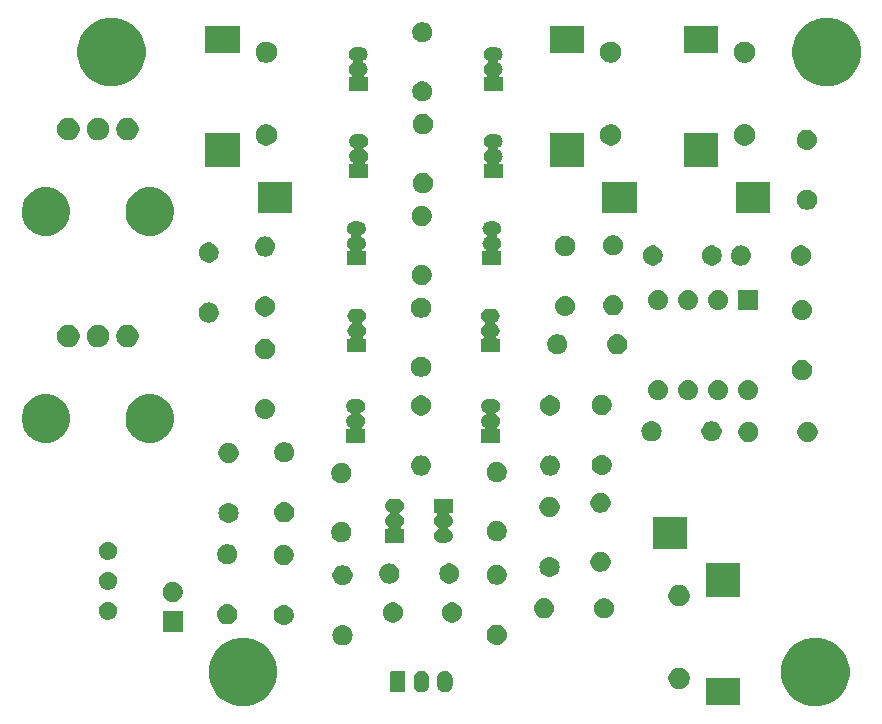
<source format=gbr>
G04 #@! TF.GenerationSoftware,KiCad,Pcbnew,(5.0.1)-rc2*
G04 #@! TF.CreationDate,2019-02-04T01:37:49-05:00*
G04 #@! TF.ProjectId,ladder_filter,6C61646465725F66696C7465722E6B69,rev?*
G04 #@! TF.SameCoordinates,Original*
G04 #@! TF.FileFunction,Soldermask,Top*
G04 #@! TF.FilePolarity,Negative*
%FSLAX46Y46*%
G04 Gerber Fmt 4.6, Leading zero omitted, Abs format (unit mm)*
G04 Created by KiCad (PCBNEW (5.0.1)-rc2) date 2/4/2019 1:37:49 AM*
%MOMM*%
%LPD*%
G01*
G04 APERTURE LIST*
%ADD10C,0.100000*%
G04 APERTURE END LIST*
D10*
G36*
X201607790Y-85754883D02*
X202135738Y-85973566D01*
X202610883Y-86291048D01*
X203014952Y-86695117D01*
X203332434Y-87170262D01*
X203551117Y-87698210D01*
X203662600Y-88258675D01*
X203662600Y-88830125D01*
X203551117Y-89390590D01*
X203332434Y-89918538D01*
X203014952Y-90393683D01*
X202610883Y-90797752D01*
X202135738Y-91115234D01*
X201607790Y-91333917D01*
X201047325Y-91445400D01*
X200475875Y-91445400D01*
X199915410Y-91333917D01*
X199387462Y-91115234D01*
X198912317Y-90797752D01*
X198508248Y-90393683D01*
X198190766Y-89918538D01*
X197972083Y-89390590D01*
X197860600Y-88830125D01*
X197860600Y-88258675D01*
X197972083Y-87698210D01*
X198190766Y-87170262D01*
X198508248Y-86695117D01*
X198912317Y-86291048D01*
X199387462Y-85973566D01*
X199915410Y-85754883D01*
X200475875Y-85643400D01*
X201047325Y-85643400D01*
X201607790Y-85754883D01*
X201607790Y-85754883D01*
G37*
G36*
X153144590Y-85754883D02*
X153672538Y-85973566D01*
X154147683Y-86291048D01*
X154551752Y-86695117D01*
X154869234Y-87170262D01*
X155087917Y-87698210D01*
X155199400Y-88258675D01*
X155199400Y-88830125D01*
X155087917Y-89390590D01*
X154869234Y-89918538D01*
X154551752Y-90393683D01*
X154147683Y-90797752D01*
X153672538Y-91115234D01*
X153144590Y-91333917D01*
X152584125Y-91445400D01*
X152012675Y-91445400D01*
X151452210Y-91333917D01*
X150924262Y-91115234D01*
X150449117Y-90797752D01*
X150045048Y-90393683D01*
X149727566Y-89918538D01*
X149508883Y-89390590D01*
X149397400Y-88830125D01*
X149397400Y-88258675D01*
X149508883Y-87698210D01*
X149727566Y-87170262D01*
X150045048Y-86695117D01*
X150449117Y-86291048D01*
X150924262Y-85973566D01*
X151452210Y-85754883D01*
X152012675Y-85643400D01*
X152584125Y-85643400D01*
X153144590Y-85754883D01*
X153144590Y-85754883D01*
G37*
G36*
X194381000Y-91345000D02*
X191479000Y-91345000D01*
X191479000Y-89043000D01*
X194381000Y-89043000D01*
X194381000Y-91345000D01*
X194381000Y-91345000D01*
G37*
G36*
X169532417Y-88440620D02*
X169614226Y-88465437D01*
X169655132Y-88477845D01*
X169677344Y-88489718D01*
X169768225Y-88538295D01*
X169768227Y-88538296D01*
X169768226Y-88538296D01*
X169841765Y-88598647D01*
X169867353Y-88619647D01*
X169948705Y-88718774D01*
X169948706Y-88718776D01*
X170009155Y-88831867D01*
X170021563Y-88872773D01*
X170046380Y-88954582D01*
X170055800Y-89050227D01*
X170055800Y-89664173D01*
X170046380Y-89759818D01*
X170021563Y-89841627D01*
X170009155Y-89882533D01*
X169989909Y-89918539D01*
X169948705Y-89995626D01*
X169867353Y-90094753D01*
X169768226Y-90176105D01*
X169768224Y-90176106D01*
X169655133Y-90236555D01*
X169614227Y-90248963D01*
X169532418Y-90273780D01*
X169404800Y-90286349D01*
X169277183Y-90273780D01*
X169195374Y-90248963D01*
X169154468Y-90236555D01*
X169041377Y-90176106D01*
X169041375Y-90176105D01*
X168942248Y-90094753D01*
X168860895Y-89995626D01*
X168805749Y-89892456D01*
X168800445Y-89882533D01*
X168788037Y-89841627D01*
X168763220Y-89759818D01*
X168753800Y-89664173D01*
X168753800Y-89050228D01*
X168763220Y-88954583D01*
X168800445Y-88831869D01*
X168800445Y-88831868D01*
X168832757Y-88771418D01*
X168860895Y-88718775D01*
X168942247Y-88619647D01*
X169041374Y-88538295D01*
X169076269Y-88519643D01*
X169154467Y-88477845D01*
X169195373Y-88465437D01*
X169277182Y-88440620D01*
X169404800Y-88428051D01*
X169532417Y-88440620D01*
X169532417Y-88440620D01*
G37*
G36*
X167532417Y-88440620D02*
X167614226Y-88465437D01*
X167655132Y-88477845D01*
X167677344Y-88489718D01*
X167768225Y-88538295D01*
X167768227Y-88538296D01*
X167768226Y-88538296D01*
X167841765Y-88598647D01*
X167867353Y-88619647D01*
X167948705Y-88718774D01*
X167948706Y-88718776D01*
X168009155Y-88831867D01*
X168021563Y-88872773D01*
X168046380Y-88954582D01*
X168055800Y-89050227D01*
X168055800Y-89664173D01*
X168046380Y-89759818D01*
X168021563Y-89841627D01*
X168009155Y-89882533D01*
X167989909Y-89918539D01*
X167948705Y-89995626D01*
X167867353Y-90094753D01*
X167768226Y-90176105D01*
X167768224Y-90176106D01*
X167655133Y-90236555D01*
X167614227Y-90248963D01*
X167532418Y-90273780D01*
X167404800Y-90286349D01*
X167277183Y-90273780D01*
X167195374Y-90248963D01*
X167154468Y-90236555D01*
X167041377Y-90176106D01*
X167041375Y-90176105D01*
X166942248Y-90094753D01*
X166860895Y-89995626D01*
X166805749Y-89892456D01*
X166800445Y-89882533D01*
X166788037Y-89841627D01*
X166763220Y-89759818D01*
X166753800Y-89664173D01*
X166753800Y-89050228D01*
X166763220Y-88954583D01*
X166800445Y-88831869D01*
X166800445Y-88831868D01*
X166832757Y-88771418D01*
X166860895Y-88718775D01*
X166942247Y-88619647D01*
X167041374Y-88538295D01*
X167076269Y-88519643D01*
X167154467Y-88477845D01*
X167195373Y-88465437D01*
X167277182Y-88440620D01*
X167404800Y-88428051D01*
X167532417Y-88440620D01*
X167532417Y-88440620D01*
G37*
G36*
X165896042Y-88435604D02*
X165933139Y-88446857D01*
X165967320Y-88465127D01*
X165997282Y-88489718D01*
X166021873Y-88519680D01*
X166040143Y-88553861D01*
X166051396Y-88590958D01*
X166055800Y-88635673D01*
X166055800Y-90078727D01*
X166051396Y-90123442D01*
X166040143Y-90160539D01*
X166021873Y-90194720D01*
X165997282Y-90224682D01*
X165967320Y-90249273D01*
X165933139Y-90267543D01*
X165896042Y-90278796D01*
X165851327Y-90283200D01*
X164958273Y-90283200D01*
X164913558Y-90278796D01*
X164876461Y-90267543D01*
X164842280Y-90249273D01*
X164812318Y-90224682D01*
X164787727Y-90194720D01*
X164769457Y-90160539D01*
X164758204Y-90123442D01*
X164753800Y-90078727D01*
X164753800Y-88635673D01*
X164758204Y-88590958D01*
X164769457Y-88553861D01*
X164787727Y-88519680D01*
X164812318Y-88489718D01*
X164842280Y-88465127D01*
X164876461Y-88446857D01*
X164913558Y-88435604D01*
X164958273Y-88431200D01*
X165851327Y-88431200D01*
X165896042Y-88435604D01*
X165896042Y-88435604D01*
G37*
G36*
X189492812Y-88227624D02*
X189656784Y-88295544D01*
X189804354Y-88394147D01*
X189929853Y-88519646D01*
X190028456Y-88667216D01*
X190096376Y-88831188D01*
X190131000Y-89005259D01*
X190131000Y-89182741D01*
X190096376Y-89356812D01*
X190028456Y-89520784D01*
X189929853Y-89668354D01*
X189804354Y-89793853D01*
X189656784Y-89892456D01*
X189492812Y-89960376D01*
X189318741Y-89995000D01*
X189141259Y-89995000D01*
X188967188Y-89960376D01*
X188803216Y-89892456D01*
X188655646Y-89793853D01*
X188530147Y-89668354D01*
X188431544Y-89520784D01*
X188363624Y-89356812D01*
X188329000Y-89182741D01*
X188329000Y-89005259D01*
X188363624Y-88831188D01*
X188431544Y-88667216D01*
X188530147Y-88519646D01*
X188655646Y-88394147D01*
X188803216Y-88295544D01*
X188967188Y-88227624D01*
X189141259Y-88193000D01*
X189318741Y-88193000D01*
X189492812Y-88227624D01*
X189492812Y-88227624D01*
G37*
G36*
X160898021Y-84606913D02*
X160898024Y-84606914D01*
X160898025Y-84606914D01*
X161058439Y-84655575D01*
X161058441Y-84655576D01*
X161058444Y-84655577D01*
X161206278Y-84734595D01*
X161335859Y-84840941D01*
X161442205Y-84970522D01*
X161521223Y-85118356D01*
X161521224Y-85118359D01*
X161521225Y-85118361D01*
X161554476Y-85227975D01*
X161569887Y-85278779D01*
X161586317Y-85445600D01*
X161569887Y-85612421D01*
X161569886Y-85612424D01*
X161569886Y-85612425D01*
X161526672Y-85754884D01*
X161521223Y-85772844D01*
X161442205Y-85920678D01*
X161335859Y-86050259D01*
X161206278Y-86156605D01*
X161058444Y-86235623D01*
X161058441Y-86235624D01*
X161058439Y-86235625D01*
X160898025Y-86284286D01*
X160898024Y-86284286D01*
X160898021Y-86284287D01*
X160773004Y-86296600D01*
X160689396Y-86296600D01*
X160564379Y-86284287D01*
X160564376Y-86284286D01*
X160564375Y-86284286D01*
X160403961Y-86235625D01*
X160403959Y-86235624D01*
X160403956Y-86235623D01*
X160256122Y-86156605D01*
X160126541Y-86050259D01*
X160020195Y-85920678D01*
X159941177Y-85772844D01*
X159935729Y-85754884D01*
X159892514Y-85612425D01*
X159892514Y-85612424D01*
X159892513Y-85612421D01*
X159876083Y-85445600D01*
X159892513Y-85278779D01*
X159907924Y-85227975D01*
X159941175Y-85118361D01*
X159941176Y-85118359D01*
X159941177Y-85118356D01*
X160020195Y-84970522D01*
X160126541Y-84840941D01*
X160256122Y-84734595D01*
X160403956Y-84655577D01*
X160403959Y-84655576D01*
X160403961Y-84655575D01*
X160564375Y-84606914D01*
X160564376Y-84606914D01*
X160564379Y-84606913D01*
X160689396Y-84594600D01*
X160773004Y-84594600D01*
X160898021Y-84606913D01*
X160898021Y-84606913D01*
G37*
G36*
X173953621Y-84556113D02*
X173953624Y-84556114D01*
X173953625Y-84556114D01*
X174114039Y-84604775D01*
X174114041Y-84604776D01*
X174114044Y-84604777D01*
X174261878Y-84683795D01*
X174391459Y-84790141D01*
X174497805Y-84919722D01*
X174576823Y-85067556D01*
X174576824Y-85067559D01*
X174576825Y-85067561D01*
X174625486Y-85227975D01*
X174625487Y-85227979D01*
X174641917Y-85394800D01*
X174625487Y-85561621D01*
X174576823Y-85722044D01*
X174497805Y-85869878D01*
X174391459Y-85999459D01*
X174261878Y-86105805D01*
X174114044Y-86184823D01*
X174114041Y-86184824D01*
X174114039Y-86184825D01*
X173953625Y-86233486D01*
X173953624Y-86233486D01*
X173953621Y-86233487D01*
X173828604Y-86245800D01*
X173744996Y-86245800D01*
X173619979Y-86233487D01*
X173619976Y-86233486D01*
X173619975Y-86233486D01*
X173459561Y-86184825D01*
X173459559Y-86184824D01*
X173459556Y-86184823D01*
X173311722Y-86105805D01*
X173182141Y-85999459D01*
X173075795Y-85869878D01*
X172996777Y-85722044D01*
X172948113Y-85561621D01*
X172931683Y-85394800D01*
X172948113Y-85227979D01*
X172948114Y-85227975D01*
X172996775Y-85067561D01*
X172996776Y-85067559D01*
X172996777Y-85067556D01*
X173075795Y-84919722D01*
X173182141Y-84790141D01*
X173311722Y-84683795D01*
X173459556Y-84604777D01*
X173459559Y-84604776D01*
X173459561Y-84604775D01*
X173619975Y-84556114D01*
X173619976Y-84556114D01*
X173619979Y-84556113D01*
X173744996Y-84543800D01*
X173828604Y-84543800D01*
X173953621Y-84556113D01*
X173953621Y-84556113D01*
G37*
G36*
X147205800Y-85128200D02*
X145503800Y-85128200D01*
X145503800Y-83426200D01*
X147205800Y-83426200D01*
X147205800Y-85128200D01*
X147205800Y-85128200D01*
G37*
G36*
X155919621Y-82879713D02*
X155919624Y-82879714D01*
X155919625Y-82879714D01*
X156080039Y-82928375D01*
X156080041Y-82928376D01*
X156080044Y-82928377D01*
X156227878Y-83007395D01*
X156357459Y-83113741D01*
X156463805Y-83243322D01*
X156542823Y-83391156D01*
X156542824Y-83391159D01*
X156542825Y-83391161D01*
X156571850Y-83486844D01*
X156591487Y-83551579D01*
X156607917Y-83718400D01*
X156591487Y-83885221D01*
X156591486Y-83885224D01*
X156591486Y-83885225D01*
X156563375Y-83977896D01*
X156542823Y-84045644D01*
X156463805Y-84193478D01*
X156357459Y-84323059D01*
X156227878Y-84429405D01*
X156080044Y-84508423D01*
X156080041Y-84508424D01*
X156080039Y-84508425D01*
X155919625Y-84557086D01*
X155919624Y-84557086D01*
X155919621Y-84557087D01*
X155794604Y-84569400D01*
X155710996Y-84569400D01*
X155585979Y-84557087D01*
X155585976Y-84557086D01*
X155585975Y-84557086D01*
X155425561Y-84508425D01*
X155425559Y-84508424D01*
X155425556Y-84508423D01*
X155277722Y-84429405D01*
X155148141Y-84323059D01*
X155041795Y-84193478D01*
X154962777Y-84045644D01*
X154942226Y-83977896D01*
X154914114Y-83885225D01*
X154914114Y-83885224D01*
X154914113Y-83885221D01*
X154897683Y-83718400D01*
X154914113Y-83551579D01*
X154933750Y-83486844D01*
X154962775Y-83391161D01*
X154962776Y-83391159D01*
X154962777Y-83391156D01*
X155041795Y-83243322D01*
X155148141Y-83113741D01*
X155277722Y-83007395D01*
X155425556Y-82928377D01*
X155425559Y-82928376D01*
X155425561Y-82928375D01*
X155585975Y-82879714D01*
X155585976Y-82879714D01*
X155585979Y-82879713D01*
X155710996Y-82867400D01*
X155794604Y-82867400D01*
X155919621Y-82879713D01*
X155919621Y-82879713D01*
G37*
G36*
X151144421Y-82828913D02*
X151144424Y-82828914D01*
X151144425Y-82828914D01*
X151304839Y-82877575D01*
X151304841Y-82877576D01*
X151304844Y-82877577D01*
X151452678Y-82956595D01*
X151582259Y-83062941D01*
X151688605Y-83192522D01*
X151767623Y-83340356D01*
X151767624Y-83340359D01*
X151767625Y-83340361D01*
X151812060Y-83486844D01*
X151816287Y-83500779D01*
X151832717Y-83667600D01*
X151816287Y-83834421D01*
X151816286Y-83834424D01*
X151816286Y-83834425D01*
X151772765Y-83977896D01*
X151767623Y-83994844D01*
X151688605Y-84142678D01*
X151582259Y-84272259D01*
X151452678Y-84378605D01*
X151304844Y-84457623D01*
X151304841Y-84457624D01*
X151304839Y-84457625D01*
X151144425Y-84506286D01*
X151144424Y-84506286D01*
X151144421Y-84506287D01*
X151019404Y-84518600D01*
X150935796Y-84518600D01*
X150810779Y-84506287D01*
X150810776Y-84506286D01*
X150810775Y-84506286D01*
X150650361Y-84457625D01*
X150650359Y-84457624D01*
X150650356Y-84457623D01*
X150502522Y-84378605D01*
X150372941Y-84272259D01*
X150266595Y-84142678D01*
X150187577Y-83994844D01*
X150182436Y-83977896D01*
X150138914Y-83834425D01*
X150138914Y-83834424D01*
X150138913Y-83834421D01*
X150122483Y-83667600D01*
X150138913Y-83500779D01*
X150143140Y-83486844D01*
X150187575Y-83340361D01*
X150187576Y-83340359D01*
X150187577Y-83340356D01*
X150266595Y-83192522D01*
X150372941Y-83062941D01*
X150502522Y-82956595D01*
X150650356Y-82877577D01*
X150650359Y-82877576D01*
X150650361Y-82877575D01*
X150810775Y-82828914D01*
X150810776Y-82828914D01*
X150810779Y-82828913D01*
X150935796Y-82816600D01*
X151019404Y-82816600D01*
X151144421Y-82828913D01*
X151144421Y-82828913D01*
G37*
G36*
X170246628Y-82696903D02*
X170401500Y-82761053D01*
X170540881Y-82854185D01*
X170659415Y-82972719D01*
X170752547Y-83112100D01*
X170816697Y-83266972D01*
X170849400Y-83431384D01*
X170849400Y-83599016D01*
X170816697Y-83763428D01*
X170752547Y-83918300D01*
X170659415Y-84057681D01*
X170540881Y-84176215D01*
X170401500Y-84269347D01*
X170246628Y-84333497D01*
X170082216Y-84366200D01*
X169914584Y-84366200D01*
X169750172Y-84333497D01*
X169595300Y-84269347D01*
X169455919Y-84176215D01*
X169337385Y-84057681D01*
X169244253Y-83918300D01*
X169180103Y-83763428D01*
X169147400Y-83599016D01*
X169147400Y-83431384D01*
X169180103Y-83266972D01*
X169244253Y-83112100D01*
X169337385Y-82972719D01*
X169455919Y-82854185D01*
X169595300Y-82761053D01*
X169750172Y-82696903D01*
X169914584Y-82664200D01*
X170082216Y-82664200D01*
X170246628Y-82696903D01*
X170246628Y-82696903D01*
G37*
G36*
X165246628Y-82696903D02*
X165401500Y-82761053D01*
X165540881Y-82854185D01*
X165659415Y-82972719D01*
X165752547Y-83112100D01*
X165816697Y-83266972D01*
X165849400Y-83431384D01*
X165849400Y-83599016D01*
X165816697Y-83763428D01*
X165752547Y-83918300D01*
X165659415Y-84057681D01*
X165540881Y-84176215D01*
X165401500Y-84269347D01*
X165246628Y-84333497D01*
X165082216Y-84366200D01*
X164914584Y-84366200D01*
X164750172Y-84333497D01*
X164595300Y-84269347D01*
X164455919Y-84176215D01*
X164337385Y-84057681D01*
X164244253Y-83918300D01*
X164180103Y-83763428D01*
X164147400Y-83599016D01*
X164147400Y-83431384D01*
X164180103Y-83266972D01*
X164244253Y-83112100D01*
X164337385Y-82972719D01*
X164455919Y-82854185D01*
X164595300Y-82761053D01*
X164750172Y-82696903D01*
X164914584Y-82664200D01*
X165082216Y-82664200D01*
X165246628Y-82696903D01*
X165246628Y-82696903D01*
G37*
G36*
X140993989Y-82601676D02*
X141093293Y-82621429D01*
X141233606Y-82679548D01*
X141359884Y-82763925D01*
X141467275Y-82871316D01*
X141551652Y-82997594D01*
X141609771Y-83137907D01*
X141629524Y-83237211D01*
X141635444Y-83266972D01*
X141639400Y-83286863D01*
X141639400Y-83438737D01*
X141609771Y-83587693D01*
X141551652Y-83728006D01*
X141467275Y-83854284D01*
X141359884Y-83961675D01*
X141233606Y-84046052D01*
X141093293Y-84104171D01*
X140993989Y-84123924D01*
X140944338Y-84133800D01*
X140792462Y-84133800D01*
X140742811Y-84123924D01*
X140643507Y-84104171D01*
X140503194Y-84046052D01*
X140376916Y-83961675D01*
X140269525Y-83854284D01*
X140185148Y-83728006D01*
X140127029Y-83587693D01*
X140097400Y-83438737D01*
X140097400Y-83286863D01*
X140101357Y-83266972D01*
X140107276Y-83237211D01*
X140127029Y-83137907D01*
X140185148Y-82997594D01*
X140269525Y-82871316D01*
X140376916Y-82763925D01*
X140503194Y-82679548D01*
X140643507Y-82621429D01*
X140742811Y-82601676D01*
X140792462Y-82591800D01*
X140944338Y-82591800D01*
X140993989Y-82601676D01*
X140993989Y-82601676D01*
G37*
G36*
X183128228Y-82341303D02*
X183283100Y-82405453D01*
X183422481Y-82498585D01*
X183541015Y-82617119D01*
X183634147Y-82756500D01*
X183698297Y-82911372D01*
X183731000Y-83075784D01*
X183731000Y-83243416D01*
X183698297Y-83407828D01*
X183634147Y-83562700D01*
X183541015Y-83702081D01*
X183422481Y-83820615D01*
X183283100Y-83913747D01*
X183128228Y-83977897D01*
X182963816Y-84010600D01*
X182796184Y-84010600D01*
X182631772Y-83977897D01*
X182476900Y-83913747D01*
X182337519Y-83820615D01*
X182218985Y-83702081D01*
X182125853Y-83562700D01*
X182061703Y-83407828D01*
X182029000Y-83243416D01*
X182029000Y-83075784D01*
X182061703Y-82911372D01*
X182125853Y-82756500D01*
X182218985Y-82617119D01*
X182337519Y-82498585D01*
X182476900Y-82405453D01*
X182631772Y-82341303D01*
X182796184Y-82308600D01*
X182963816Y-82308600D01*
X183128228Y-82341303D01*
X183128228Y-82341303D01*
G37*
G36*
X177966821Y-82320913D02*
X177966824Y-82320914D01*
X177966825Y-82320914D01*
X178127239Y-82369575D01*
X178127241Y-82369576D01*
X178127244Y-82369577D01*
X178275078Y-82448595D01*
X178404659Y-82554941D01*
X178511005Y-82684522D01*
X178590023Y-82832356D01*
X178590024Y-82832359D01*
X178590025Y-82832361D01*
X178628858Y-82960376D01*
X178638687Y-82992779D01*
X178655117Y-83159600D01*
X178638687Y-83326421D01*
X178638686Y-83326424D01*
X178638686Y-83326425D01*
X178604617Y-83438737D01*
X178590023Y-83486844D01*
X178511005Y-83634678D01*
X178404659Y-83764259D01*
X178275078Y-83870605D01*
X178127244Y-83949623D01*
X178127241Y-83949624D01*
X178127239Y-83949625D01*
X177966825Y-83998286D01*
X177966824Y-83998286D01*
X177966821Y-83998287D01*
X177841804Y-84010600D01*
X177758196Y-84010600D01*
X177633179Y-83998287D01*
X177633176Y-83998286D01*
X177633175Y-83998286D01*
X177472761Y-83949625D01*
X177472759Y-83949624D01*
X177472756Y-83949623D01*
X177324922Y-83870605D01*
X177195341Y-83764259D01*
X177088995Y-83634678D01*
X177009977Y-83486844D01*
X176995384Y-83438737D01*
X176961314Y-83326425D01*
X176961314Y-83326424D01*
X176961313Y-83326421D01*
X176944883Y-83159600D01*
X176961313Y-82992779D01*
X176971142Y-82960376D01*
X177009975Y-82832361D01*
X177009976Y-82832359D01*
X177009977Y-82832356D01*
X177088995Y-82684522D01*
X177195341Y-82554941D01*
X177324922Y-82448595D01*
X177472756Y-82369577D01*
X177472759Y-82369576D01*
X177472761Y-82369575D01*
X177633175Y-82320914D01*
X177633176Y-82320914D01*
X177633179Y-82320913D01*
X177758196Y-82308600D01*
X177841804Y-82308600D01*
X177966821Y-82320913D01*
X177966821Y-82320913D01*
G37*
G36*
X189492812Y-81227624D02*
X189656784Y-81295544D01*
X189804354Y-81394147D01*
X189929853Y-81519646D01*
X190028456Y-81667216D01*
X190096376Y-81831188D01*
X190131000Y-82005259D01*
X190131000Y-82182741D01*
X190096376Y-82356812D01*
X190028456Y-82520784D01*
X189929853Y-82668354D01*
X189804354Y-82793853D01*
X189656784Y-82892456D01*
X189492812Y-82960376D01*
X189318741Y-82995000D01*
X189141259Y-82995000D01*
X188967188Y-82960376D01*
X188803216Y-82892456D01*
X188655646Y-82793853D01*
X188530147Y-82668354D01*
X188431544Y-82520784D01*
X188363624Y-82356812D01*
X188329000Y-82182741D01*
X188329000Y-82005259D01*
X188363624Y-81831188D01*
X188431544Y-81667216D01*
X188530147Y-81519646D01*
X188655646Y-81394147D01*
X188803216Y-81295544D01*
X188967188Y-81227624D01*
X189141259Y-81193000D01*
X189318741Y-81193000D01*
X189492812Y-81227624D01*
X189492812Y-81227624D01*
G37*
G36*
X146603028Y-80958903D02*
X146757900Y-81023053D01*
X146897281Y-81116185D01*
X147015815Y-81234719D01*
X147108947Y-81374100D01*
X147173097Y-81528972D01*
X147205800Y-81693384D01*
X147205800Y-81861016D01*
X147173097Y-82025428D01*
X147108947Y-82180300D01*
X147015815Y-82319681D01*
X146897281Y-82438215D01*
X146757900Y-82531347D01*
X146603028Y-82595497D01*
X146438616Y-82628200D01*
X146270984Y-82628200D01*
X146106572Y-82595497D01*
X145951700Y-82531347D01*
X145812319Y-82438215D01*
X145693785Y-82319681D01*
X145600653Y-82180300D01*
X145536503Y-82025428D01*
X145503800Y-81861016D01*
X145503800Y-81693384D01*
X145536503Y-81528972D01*
X145600653Y-81374100D01*
X145693785Y-81234719D01*
X145812319Y-81116185D01*
X145951700Y-81023053D01*
X146106572Y-80958903D01*
X146270984Y-80926200D01*
X146438616Y-80926200D01*
X146603028Y-80958903D01*
X146603028Y-80958903D01*
G37*
G36*
X194381000Y-82245000D02*
X191479000Y-82245000D01*
X191479000Y-79343000D01*
X194381000Y-79343000D01*
X194381000Y-82245000D01*
X194381000Y-82245000D01*
G37*
G36*
X140993989Y-80061676D02*
X141093293Y-80081429D01*
X141233606Y-80139548D01*
X141359884Y-80223925D01*
X141467275Y-80331316D01*
X141551652Y-80457594D01*
X141609771Y-80597907D01*
X141627747Y-80688278D01*
X141639400Y-80746862D01*
X141639400Y-80898738D01*
X141634334Y-80924204D01*
X141609771Y-81047693D01*
X141551652Y-81188006D01*
X141467275Y-81314284D01*
X141359884Y-81421675D01*
X141233606Y-81506052D01*
X141093293Y-81564171D01*
X140993989Y-81583924D01*
X140944338Y-81593800D01*
X140792462Y-81593800D01*
X140742811Y-81583924D01*
X140643507Y-81564171D01*
X140503194Y-81506052D01*
X140376916Y-81421675D01*
X140269525Y-81314284D01*
X140185148Y-81188006D01*
X140127029Y-81047693D01*
X140102466Y-80924204D01*
X140097400Y-80898738D01*
X140097400Y-80746862D01*
X140109053Y-80688278D01*
X140127029Y-80597907D01*
X140185148Y-80457594D01*
X140269525Y-80331316D01*
X140376916Y-80223925D01*
X140503194Y-80139548D01*
X140643507Y-80081429D01*
X140742811Y-80061676D01*
X140792462Y-80051800D01*
X140944338Y-80051800D01*
X140993989Y-80061676D01*
X140993989Y-80061676D01*
G37*
G36*
X160979428Y-79547303D02*
X161134300Y-79611453D01*
X161273681Y-79704585D01*
X161392215Y-79823119D01*
X161485347Y-79962500D01*
X161549497Y-80117372D01*
X161582200Y-80281784D01*
X161582200Y-80449416D01*
X161549497Y-80613828D01*
X161485347Y-80768700D01*
X161392215Y-80908081D01*
X161273681Y-81026615D01*
X161134300Y-81119747D01*
X160979428Y-81183897D01*
X160815016Y-81216600D01*
X160647384Y-81216600D01*
X160482972Y-81183897D01*
X160328100Y-81119747D01*
X160188719Y-81026615D01*
X160070185Y-80908081D01*
X159977053Y-80768700D01*
X159912903Y-80613828D01*
X159880200Y-80449416D01*
X159880200Y-80281784D01*
X159912903Y-80117372D01*
X159977053Y-79962500D01*
X160070185Y-79823119D01*
X160188719Y-79704585D01*
X160328100Y-79611453D01*
X160482972Y-79547303D01*
X160647384Y-79514600D01*
X160815016Y-79514600D01*
X160979428Y-79547303D01*
X160979428Y-79547303D01*
G37*
G36*
X174035028Y-79496503D02*
X174189900Y-79560653D01*
X174329281Y-79653785D01*
X174447815Y-79772319D01*
X174540947Y-79911700D01*
X174605097Y-80066572D01*
X174637800Y-80230984D01*
X174637800Y-80398616D01*
X174605097Y-80563028D01*
X174540947Y-80717900D01*
X174447815Y-80857281D01*
X174329281Y-80975815D01*
X174189900Y-81068947D01*
X174035028Y-81133097D01*
X173870616Y-81165800D01*
X173702984Y-81165800D01*
X173538572Y-81133097D01*
X173383700Y-81068947D01*
X173244319Y-80975815D01*
X173125785Y-80857281D01*
X173032653Y-80717900D01*
X172968503Y-80563028D01*
X172935800Y-80398616D01*
X172935800Y-80230984D01*
X172968503Y-80066572D01*
X173032653Y-79911700D01*
X173125785Y-79772319D01*
X173244319Y-79653785D01*
X173383700Y-79560653D01*
X173538572Y-79496503D01*
X173702984Y-79463800D01*
X173870616Y-79463800D01*
X174035028Y-79496503D01*
X174035028Y-79496503D01*
G37*
G36*
X170021828Y-79394903D02*
X170176700Y-79459053D01*
X170316081Y-79552185D01*
X170434615Y-79670719D01*
X170527747Y-79810100D01*
X170591897Y-79964972D01*
X170624600Y-80129384D01*
X170624600Y-80297016D01*
X170591897Y-80461428D01*
X170527747Y-80616300D01*
X170434615Y-80755681D01*
X170316081Y-80874215D01*
X170176700Y-80967347D01*
X170021828Y-81031497D01*
X169857416Y-81064200D01*
X169689784Y-81064200D01*
X169525372Y-81031497D01*
X169370500Y-80967347D01*
X169231119Y-80874215D01*
X169112585Y-80755681D01*
X169019453Y-80616300D01*
X168955303Y-80461428D01*
X168922600Y-80297016D01*
X168922600Y-80129384D01*
X168955303Y-79964972D01*
X169019453Y-79810100D01*
X169112585Y-79670719D01*
X169231119Y-79552185D01*
X169370500Y-79459053D01*
X169525372Y-79394903D01*
X169689784Y-79362200D01*
X169857416Y-79362200D01*
X170021828Y-79394903D01*
X170021828Y-79394903D01*
G37*
G36*
X164860421Y-79374513D02*
X164860424Y-79374514D01*
X164860425Y-79374514D01*
X165020839Y-79423175D01*
X165020841Y-79423176D01*
X165020844Y-79423177D01*
X165168678Y-79502195D01*
X165298259Y-79608541D01*
X165404605Y-79738122D01*
X165483623Y-79885956D01*
X165483624Y-79885959D01*
X165483625Y-79885961D01*
X165532286Y-80046375D01*
X165532287Y-80046379D01*
X165548717Y-80213200D01*
X165532287Y-80380021D01*
X165532286Y-80380024D01*
X165532286Y-80380025D01*
X165507593Y-80461428D01*
X165483623Y-80540444D01*
X165404605Y-80688278D01*
X165298259Y-80817859D01*
X165168678Y-80924205D01*
X165020844Y-81003223D01*
X165020841Y-81003224D01*
X165020839Y-81003225D01*
X164860425Y-81051886D01*
X164860424Y-81051886D01*
X164860421Y-81051887D01*
X164735404Y-81064200D01*
X164651796Y-81064200D01*
X164526779Y-81051887D01*
X164526776Y-81051886D01*
X164526775Y-81051886D01*
X164366361Y-81003225D01*
X164366359Y-81003224D01*
X164366356Y-81003223D01*
X164218522Y-80924205D01*
X164088941Y-80817859D01*
X163982595Y-80688278D01*
X163903577Y-80540444D01*
X163879608Y-80461428D01*
X163854914Y-80380025D01*
X163854914Y-80380024D01*
X163854913Y-80380021D01*
X163838483Y-80213200D01*
X163854913Y-80046379D01*
X163854914Y-80046375D01*
X163903575Y-79885961D01*
X163903576Y-79885959D01*
X163903577Y-79885956D01*
X163982595Y-79738122D01*
X164088941Y-79608541D01*
X164218522Y-79502195D01*
X164366356Y-79423177D01*
X164366359Y-79423176D01*
X164366361Y-79423175D01*
X164526775Y-79374514D01*
X164526776Y-79374514D01*
X164526779Y-79374513D01*
X164651796Y-79362200D01*
X164735404Y-79362200D01*
X164860421Y-79374513D01*
X164860421Y-79374513D01*
G37*
G36*
X178424021Y-78815713D02*
X178424024Y-78815714D01*
X178424025Y-78815714D01*
X178584439Y-78864375D01*
X178584441Y-78864376D01*
X178584444Y-78864377D01*
X178732278Y-78943395D01*
X178861859Y-79049741D01*
X178968205Y-79179322D01*
X179047223Y-79327156D01*
X179047224Y-79327159D01*
X179047225Y-79327161D01*
X179086519Y-79456696D01*
X179095887Y-79487579D01*
X179112317Y-79654400D01*
X179095887Y-79821221D01*
X179095886Y-79821224D01*
X179095886Y-79821225D01*
X179049862Y-79972947D01*
X179047223Y-79981644D01*
X178968205Y-80129478D01*
X178861859Y-80259059D01*
X178732278Y-80365405D01*
X178584444Y-80444423D01*
X178584441Y-80444424D01*
X178584439Y-80444425D01*
X178424025Y-80493086D01*
X178424024Y-80493086D01*
X178424021Y-80493087D01*
X178299004Y-80505400D01*
X178215396Y-80505400D01*
X178090379Y-80493087D01*
X178090376Y-80493086D01*
X178090375Y-80493086D01*
X177929961Y-80444425D01*
X177929959Y-80444424D01*
X177929956Y-80444423D01*
X177782122Y-80365405D01*
X177652541Y-80259059D01*
X177546195Y-80129478D01*
X177467177Y-79981644D01*
X177464539Y-79972947D01*
X177418514Y-79821225D01*
X177418514Y-79821224D01*
X177418513Y-79821221D01*
X177402083Y-79654400D01*
X177418513Y-79487579D01*
X177427881Y-79456696D01*
X177467175Y-79327161D01*
X177467176Y-79327159D01*
X177467177Y-79327156D01*
X177546195Y-79179322D01*
X177652541Y-79049741D01*
X177782122Y-78943395D01*
X177929956Y-78864377D01*
X177929959Y-78864376D01*
X177929961Y-78864375D01*
X178090375Y-78815714D01*
X178090376Y-78815714D01*
X178090379Y-78815713D01*
X178215396Y-78803400D01*
X178299004Y-78803400D01*
X178424021Y-78815713D01*
X178424021Y-78815713D01*
G37*
G36*
X182823428Y-78400503D02*
X182978300Y-78464653D01*
X183117681Y-78557785D01*
X183236215Y-78676319D01*
X183329347Y-78815700D01*
X183393497Y-78970572D01*
X183426200Y-79134984D01*
X183426200Y-79302616D01*
X183393497Y-79467028D01*
X183329347Y-79621900D01*
X183236215Y-79761281D01*
X183117681Y-79879815D01*
X182978300Y-79972947D01*
X182823428Y-80037097D01*
X182659016Y-80069800D01*
X182491384Y-80069800D01*
X182326972Y-80037097D01*
X182172100Y-79972947D01*
X182032719Y-79879815D01*
X181914185Y-79761281D01*
X181821053Y-79621900D01*
X181756903Y-79467028D01*
X181724200Y-79302616D01*
X181724200Y-79134984D01*
X181756903Y-78970572D01*
X181821053Y-78815700D01*
X181914185Y-78676319D01*
X182032719Y-78557785D01*
X182172100Y-78464653D01*
X182326972Y-78400503D01*
X182491384Y-78367800D01*
X182659016Y-78367800D01*
X182823428Y-78400503D01*
X182823428Y-78400503D01*
G37*
G36*
X156001028Y-77820103D02*
X156155900Y-77884253D01*
X156295281Y-77977385D01*
X156413815Y-78095919D01*
X156506947Y-78235300D01*
X156571097Y-78390172D01*
X156603800Y-78554584D01*
X156603800Y-78722216D01*
X156571097Y-78886628D01*
X156506947Y-79041500D01*
X156413815Y-79180881D01*
X156295281Y-79299415D01*
X156155900Y-79392547D01*
X156001028Y-79456697D01*
X155836616Y-79489400D01*
X155668984Y-79489400D01*
X155504572Y-79456697D01*
X155349700Y-79392547D01*
X155210319Y-79299415D01*
X155091785Y-79180881D01*
X154998653Y-79041500D01*
X154934503Y-78886628D01*
X154901800Y-78722216D01*
X154901800Y-78554584D01*
X154934503Y-78390172D01*
X154998653Y-78235300D01*
X155091785Y-78095919D01*
X155210319Y-77977385D01*
X155349700Y-77884253D01*
X155504572Y-77820103D01*
X155668984Y-77787400D01*
X155836616Y-77787400D01*
X156001028Y-77820103D01*
X156001028Y-77820103D01*
G37*
G36*
X151225828Y-77769303D02*
X151380700Y-77833453D01*
X151520081Y-77926585D01*
X151638615Y-78045119D01*
X151731747Y-78184500D01*
X151795897Y-78339372D01*
X151828600Y-78503784D01*
X151828600Y-78671416D01*
X151795897Y-78835828D01*
X151731747Y-78990700D01*
X151638615Y-79130081D01*
X151520081Y-79248615D01*
X151380700Y-79341747D01*
X151225828Y-79405897D01*
X151061416Y-79438600D01*
X150893784Y-79438600D01*
X150729372Y-79405897D01*
X150574500Y-79341747D01*
X150435119Y-79248615D01*
X150316585Y-79130081D01*
X150223453Y-78990700D01*
X150159303Y-78835828D01*
X150126600Y-78671416D01*
X150126600Y-78503784D01*
X150159303Y-78339372D01*
X150223453Y-78184500D01*
X150316585Y-78045119D01*
X150435119Y-77926585D01*
X150574500Y-77833453D01*
X150729372Y-77769303D01*
X150893784Y-77736600D01*
X151061416Y-77736600D01*
X151225828Y-77769303D01*
X151225828Y-77769303D01*
G37*
G36*
X140993989Y-77521676D02*
X141093293Y-77541429D01*
X141233606Y-77599548D01*
X141359884Y-77683925D01*
X141467275Y-77791316D01*
X141551652Y-77917594D01*
X141609771Y-78057907D01*
X141639400Y-78206863D01*
X141639400Y-78358737D01*
X141609771Y-78507693D01*
X141551652Y-78648006D01*
X141467275Y-78774284D01*
X141359884Y-78881675D01*
X141233606Y-78966052D01*
X141093293Y-79024171D01*
X140993989Y-79043924D01*
X140944338Y-79053800D01*
X140792462Y-79053800D01*
X140742811Y-79043924D01*
X140643507Y-79024171D01*
X140503194Y-78966052D01*
X140376916Y-78881675D01*
X140269525Y-78774284D01*
X140185148Y-78648006D01*
X140127029Y-78507693D01*
X140097400Y-78358737D01*
X140097400Y-78206863D01*
X140127029Y-78057907D01*
X140185148Y-77917594D01*
X140269525Y-77791316D01*
X140376916Y-77683925D01*
X140503194Y-77599548D01*
X140643507Y-77541429D01*
X140742811Y-77521676D01*
X140792462Y-77511800D01*
X140944338Y-77511800D01*
X140993989Y-77521676D01*
X140993989Y-77521676D01*
G37*
G36*
X189931000Y-78145000D02*
X187029000Y-78145000D01*
X187029000Y-75443000D01*
X189931000Y-75443000D01*
X189931000Y-78145000D01*
X189931000Y-78145000D01*
G37*
G36*
X170066600Y-75048800D02*
X169902264Y-75048800D01*
X169877878Y-75051202D01*
X169854429Y-75058315D01*
X169832818Y-75069866D01*
X169813876Y-75085412D01*
X169798330Y-75104354D01*
X169786779Y-75125965D01*
X169779666Y-75149414D01*
X169777264Y-75173800D01*
X169779666Y-75198186D01*
X169786779Y-75221635D01*
X169798330Y-75243246D01*
X169822965Y-75270426D01*
X169899864Y-75333536D01*
X169971844Y-75421243D01*
X170025329Y-75521308D01*
X170058266Y-75629884D01*
X170069387Y-75742800D01*
X170058266Y-75855716D01*
X170025329Y-75964292D01*
X170023889Y-75966986D01*
X169971844Y-76064357D01*
X169899864Y-76152064D01*
X169812157Y-76224044D01*
X169730743Y-76267560D01*
X169710368Y-76281173D01*
X169693041Y-76298501D01*
X169679427Y-76318875D01*
X169670050Y-76341514D01*
X169665269Y-76365547D01*
X169665269Y-76390052D01*
X169670049Y-76414085D01*
X169679427Y-76436724D01*
X169693040Y-76457099D01*
X169710368Y-76474426D01*
X169730743Y-76488040D01*
X169812157Y-76531556D01*
X169899864Y-76603536D01*
X169971844Y-76691243D01*
X170025329Y-76791308D01*
X170058266Y-76899884D01*
X170069387Y-77012800D01*
X170058266Y-77125716D01*
X170025329Y-77234292D01*
X169971844Y-77334357D01*
X169899864Y-77422064D01*
X169812157Y-77494044D01*
X169712092Y-77547529D01*
X169603516Y-77580466D01*
X169518898Y-77588800D01*
X169012302Y-77588800D01*
X168927684Y-77580466D01*
X168819108Y-77547529D01*
X168719043Y-77494044D01*
X168631336Y-77422064D01*
X168559356Y-77334357D01*
X168505871Y-77234292D01*
X168472934Y-77125716D01*
X168461813Y-77012800D01*
X168472934Y-76899884D01*
X168505871Y-76791308D01*
X168559356Y-76691243D01*
X168631336Y-76603536D01*
X168719043Y-76531556D01*
X168800457Y-76488040D01*
X168820832Y-76474427D01*
X168838159Y-76457099D01*
X168851773Y-76436725D01*
X168861150Y-76414086D01*
X168865931Y-76390053D01*
X168865931Y-76365548D01*
X168861151Y-76341515D01*
X168851773Y-76318876D01*
X168838160Y-76298501D01*
X168820832Y-76281174D01*
X168800457Y-76267560D01*
X168719043Y-76224044D01*
X168631336Y-76152064D01*
X168559356Y-76064357D01*
X168507311Y-75966986D01*
X168505871Y-75964292D01*
X168472934Y-75855716D01*
X168461813Y-75742800D01*
X168472934Y-75629884D01*
X168505871Y-75521308D01*
X168559356Y-75421243D01*
X168631336Y-75333536D01*
X168708235Y-75270426D01*
X168725562Y-75253099D01*
X168739176Y-75232724D01*
X168748554Y-75210085D01*
X168753334Y-75186052D01*
X168753334Y-75161548D01*
X168748553Y-75137514D01*
X168739176Y-75114875D01*
X168725562Y-75094501D01*
X168708235Y-75077174D01*
X168687860Y-75063560D01*
X168665221Y-75054182D01*
X168628936Y-75048800D01*
X168464600Y-75048800D01*
X168464600Y-73896800D01*
X170066600Y-73896800D01*
X170066600Y-75048800D01*
X170066600Y-75048800D01*
G37*
G36*
X165488716Y-73905134D02*
X165597292Y-73938071D01*
X165697357Y-73991556D01*
X165785064Y-74063536D01*
X165857044Y-74151243D01*
X165910529Y-74251308D01*
X165943466Y-74359884D01*
X165954587Y-74472800D01*
X165943466Y-74585716D01*
X165910529Y-74694292D01*
X165905147Y-74704361D01*
X165857044Y-74794357D01*
X165785064Y-74882064D01*
X165697357Y-74954044D01*
X165615943Y-74997560D01*
X165595568Y-75011173D01*
X165578241Y-75028501D01*
X165564627Y-75048875D01*
X165555250Y-75071514D01*
X165550469Y-75095547D01*
X165550469Y-75120052D01*
X165555249Y-75144085D01*
X165564627Y-75166724D01*
X165578240Y-75187099D01*
X165595568Y-75204426D01*
X165615943Y-75218040D01*
X165697357Y-75261556D01*
X165785064Y-75333536D01*
X165857044Y-75421243D01*
X165910529Y-75521308D01*
X165943466Y-75629884D01*
X165954587Y-75742800D01*
X165943466Y-75855716D01*
X165910529Y-75964292D01*
X165909089Y-75966986D01*
X165857044Y-76064357D01*
X165785064Y-76152064D01*
X165708165Y-76215174D01*
X165690838Y-76232501D01*
X165677224Y-76252876D01*
X165667846Y-76275515D01*
X165663066Y-76299548D01*
X165663066Y-76324052D01*
X165667847Y-76348086D01*
X165677224Y-76370725D01*
X165690838Y-76391099D01*
X165708165Y-76408426D01*
X165728540Y-76422040D01*
X165751179Y-76431418D01*
X165787464Y-76436800D01*
X165951800Y-76436800D01*
X165951800Y-77588800D01*
X164349800Y-77588800D01*
X164349800Y-76436800D01*
X164514136Y-76436800D01*
X164538522Y-76434398D01*
X164561971Y-76427285D01*
X164583582Y-76415734D01*
X164602524Y-76400188D01*
X164618070Y-76381246D01*
X164629621Y-76359635D01*
X164636734Y-76336186D01*
X164639136Y-76311800D01*
X164636734Y-76287414D01*
X164629621Y-76263965D01*
X164618070Y-76242354D01*
X164593435Y-76215174D01*
X164516536Y-76152064D01*
X164444556Y-76064357D01*
X164392511Y-75966986D01*
X164391071Y-75964292D01*
X164358134Y-75855716D01*
X164347013Y-75742800D01*
X164358134Y-75629884D01*
X164391071Y-75521308D01*
X164444556Y-75421243D01*
X164516536Y-75333536D01*
X164604243Y-75261556D01*
X164685657Y-75218040D01*
X164706032Y-75204427D01*
X164723359Y-75187099D01*
X164736973Y-75166725D01*
X164746350Y-75144086D01*
X164751131Y-75120053D01*
X164751131Y-75095548D01*
X164746351Y-75071515D01*
X164736973Y-75048876D01*
X164723360Y-75028501D01*
X164706032Y-75011174D01*
X164685657Y-74997560D01*
X164604243Y-74954044D01*
X164516536Y-74882064D01*
X164444556Y-74794357D01*
X164396453Y-74704361D01*
X164391071Y-74694292D01*
X164358134Y-74585716D01*
X164347013Y-74472800D01*
X164358134Y-74359884D01*
X164391071Y-74251308D01*
X164444556Y-74151243D01*
X164516536Y-74063536D01*
X164604243Y-73991556D01*
X164704308Y-73938071D01*
X164812884Y-73905134D01*
X164897502Y-73896800D01*
X165404098Y-73896800D01*
X165488716Y-73905134D01*
X165488716Y-73905134D01*
G37*
G36*
X160877828Y-75889703D02*
X161032700Y-75953853D01*
X161172081Y-76046985D01*
X161290615Y-76165519D01*
X161383747Y-76304900D01*
X161447897Y-76459772D01*
X161480600Y-76624184D01*
X161480600Y-76791816D01*
X161447897Y-76956228D01*
X161383747Y-77111100D01*
X161290615Y-77250481D01*
X161172081Y-77369015D01*
X161032700Y-77462147D01*
X160877828Y-77526297D01*
X160713416Y-77559000D01*
X160545784Y-77559000D01*
X160381372Y-77526297D01*
X160226500Y-77462147D01*
X160087119Y-77369015D01*
X159968585Y-77250481D01*
X159875453Y-77111100D01*
X159811303Y-76956228D01*
X159778600Y-76791816D01*
X159778600Y-76624184D01*
X159811303Y-76459772D01*
X159875453Y-76304900D01*
X159968585Y-76165519D01*
X160087119Y-76046985D01*
X160226500Y-75953853D01*
X160381372Y-75889703D01*
X160545784Y-75857000D01*
X160713416Y-75857000D01*
X160877828Y-75889703D01*
X160877828Y-75889703D01*
G37*
G36*
X174035028Y-75809703D02*
X174189900Y-75873853D01*
X174329281Y-75966985D01*
X174447815Y-76085519D01*
X174540947Y-76224900D01*
X174605097Y-76379772D01*
X174637800Y-76544184D01*
X174637800Y-76711816D01*
X174605097Y-76876228D01*
X174540947Y-77031100D01*
X174447815Y-77170481D01*
X174329281Y-77289015D01*
X174189900Y-77382147D01*
X174035028Y-77446297D01*
X173870616Y-77479000D01*
X173702984Y-77479000D01*
X173538572Y-77446297D01*
X173383700Y-77382147D01*
X173244319Y-77289015D01*
X173125785Y-77170481D01*
X173032653Y-77031100D01*
X172968503Y-76876228D01*
X172935800Y-76711816D01*
X172935800Y-76544184D01*
X172968503Y-76379772D01*
X173032653Y-76224900D01*
X173125785Y-76085519D01*
X173244319Y-75966985D01*
X173383700Y-75873853D01*
X173538572Y-75809703D01*
X173702984Y-75777000D01*
X173870616Y-75777000D01*
X174035028Y-75809703D01*
X174035028Y-75809703D01*
G37*
G36*
X151246021Y-74243713D02*
X151246024Y-74243714D01*
X151246025Y-74243714D01*
X151406439Y-74292375D01*
X151406441Y-74292376D01*
X151406444Y-74292377D01*
X151554278Y-74371395D01*
X151683859Y-74477741D01*
X151790205Y-74607322D01*
X151869223Y-74755156D01*
X151869224Y-74755159D01*
X151869225Y-74755161D01*
X151917886Y-74915575D01*
X151917887Y-74915579D01*
X151934317Y-75082400D01*
X151917887Y-75249221D01*
X151917886Y-75249224D01*
X151917886Y-75249225D01*
X151874365Y-75392696D01*
X151869223Y-75409644D01*
X151790205Y-75557478D01*
X151683859Y-75687059D01*
X151554278Y-75793405D01*
X151406444Y-75872423D01*
X151406441Y-75872424D01*
X151406439Y-75872425D01*
X151246025Y-75921086D01*
X151246024Y-75921086D01*
X151246021Y-75921087D01*
X151121004Y-75933400D01*
X151037396Y-75933400D01*
X150912379Y-75921087D01*
X150912376Y-75921086D01*
X150912375Y-75921086D01*
X150751961Y-75872425D01*
X150751959Y-75872424D01*
X150751956Y-75872423D01*
X150604122Y-75793405D01*
X150474541Y-75687059D01*
X150368195Y-75557478D01*
X150289177Y-75409644D01*
X150284036Y-75392696D01*
X150240514Y-75249225D01*
X150240514Y-75249224D01*
X150240513Y-75249221D01*
X150224083Y-75082400D01*
X150240513Y-74915579D01*
X150240514Y-74915575D01*
X150289175Y-74755161D01*
X150289176Y-74755159D01*
X150289177Y-74755156D01*
X150368195Y-74607322D01*
X150474541Y-74477741D01*
X150604122Y-74371395D01*
X150751956Y-74292377D01*
X150751959Y-74292376D01*
X150751961Y-74292375D01*
X150912375Y-74243714D01*
X150912376Y-74243714D01*
X150912379Y-74243713D01*
X151037396Y-74231400D01*
X151121004Y-74231400D01*
X151246021Y-74243713D01*
X151246021Y-74243713D01*
G37*
G36*
X155970421Y-74192913D02*
X155970424Y-74192914D01*
X155970425Y-74192914D01*
X156130839Y-74241575D01*
X156130841Y-74241576D01*
X156130844Y-74241577D01*
X156278678Y-74320595D01*
X156408259Y-74426941D01*
X156514605Y-74556522D01*
X156593623Y-74704356D01*
X156642287Y-74864779D01*
X156658717Y-75031600D01*
X156642287Y-75198421D01*
X156642286Y-75198424D01*
X156642286Y-75198425D01*
X156601301Y-75333536D01*
X156593623Y-75358844D01*
X156514605Y-75506678D01*
X156408259Y-75636259D01*
X156278678Y-75742605D01*
X156130844Y-75821623D01*
X156130841Y-75821624D01*
X156130839Y-75821625D01*
X155970425Y-75870286D01*
X155970424Y-75870286D01*
X155970421Y-75870287D01*
X155845404Y-75882600D01*
X155761796Y-75882600D01*
X155636779Y-75870287D01*
X155636776Y-75870286D01*
X155636775Y-75870286D01*
X155476361Y-75821625D01*
X155476359Y-75821624D01*
X155476356Y-75821623D01*
X155328522Y-75742605D01*
X155198941Y-75636259D01*
X155092595Y-75506678D01*
X155013577Y-75358844D01*
X155005900Y-75333536D01*
X154964914Y-75198425D01*
X154964914Y-75198424D01*
X154964913Y-75198421D01*
X154948483Y-75031600D01*
X154964913Y-74864779D01*
X155013577Y-74704356D01*
X155092595Y-74556522D01*
X155198941Y-74426941D01*
X155328522Y-74320595D01*
X155476356Y-74241577D01*
X155476359Y-74241576D01*
X155476361Y-74241575D01*
X155636775Y-74192914D01*
X155636776Y-74192914D01*
X155636779Y-74192913D01*
X155761796Y-74180600D01*
X155845404Y-74180600D01*
X155970421Y-74192913D01*
X155970421Y-74192913D01*
G37*
G36*
X178505428Y-73756103D02*
X178660300Y-73820253D01*
X178799681Y-73913385D01*
X178918215Y-74031919D01*
X179011347Y-74171300D01*
X179075497Y-74326172D01*
X179108200Y-74490584D01*
X179108200Y-74658216D01*
X179075497Y-74822628D01*
X179011347Y-74977500D01*
X178918215Y-75116881D01*
X178799681Y-75235415D01*
X178660300Y-75328547D01*
X178505428Y-75392697D01*
X178341016Y-75425400D01*
X178173384Y-75425400D01*
X178008972Y-75392697D01*
X177854100Y-75328547D01*
X177714719Y-75235415D01*
X177596185Y-75116881D01*
X177503053Y-74977500D01*
X177438903Y-74822628D01*
X177406200Y-74658216D01*
X177406200Y-74490584D01*
X177438903Y-74326172D01*
X177503053Y-74171300D01*
X177596185Y-74031919D01*
X177714719Y-73913385D01*
X177854100Y-73820253D01*
X178008972Y-73756103D01*
X178173384Y-73723400D01*
X178341016Y-73723400D01*
X178505428Y-73756103D01*
X178505428Y-73756103D01*
G37*
G36*
X182823428Y-73400503D02*
X182978300Y-73464653D01*
X183117681Y-73557785D01*
X183236215Y-73676319D01*
X183329347Y-73815700D01*
X183393497Y-73970572D01*
X183426200Y-74134984D01*
X183426200Y-74302616D01*
X183393497Y-74467028D01*
X183329347Y-74621900D01*
X183236215Y-74761281D01*
X183117681Y-74879815D01*
X182978300Y-74972947D01*
X182823428Y-75037097D01*
X182659016Y-75069800D01*
X182491384Y-75069800D01*
X182326972Y-75037097D01*
X182172100Y-74972947D01*
X182032719Y-74879815D01*
X181914185Y-74761281D01*
X181821053Y-74621900D01*
X181756903Y-74467028D01*
X181724200Y-74302616D01*
X181724200Y-74134984D01*
X181756903Y-73970572D01*
X181821053Y-73815700D01*
X181914185Y-73676319D01*
X182032719Y-73557785D01*
X182172100Y-73464653D01*
X182326972Y-73400503D01*
X182491384Y-73367800D01*
X182659016Y-73367800D01*
X182823428Y-73400503D01*
X182823428Y-73400503D01*
G37*
G36*
X160877828Y-70889703D02*
X161032700Y-70953853D01*
X161172081Y-71046985D01*
X161290615Y-71165519D01*
X161383747Y-71304900D01*
X161447897Y-71459772D01*
X161480600Y-71624184D01*
X161480600Y-71791816D01*
X161447897Y-71956228D01*
X161383747Y-72111100D01*
X161290615Y-72250481D01*
X161172081Y-72369015D01*
X161032700Y-72462147D01*
X160877828Y-72526297D01*
X160713416Y-72559000D01*
X160545784Y-72559000D01*
X160381372Y-72526297D01*
X160226500Y-72462147D01*
X160087119Y-72369015D01*
X159968585Y-72250481D01*
X159875453Y-72111100D01*
X159811303Y-71956228D01*
X159778600Y-71791816D01*
X159778600Y-71624184D01*
X159811303Y-71459772D01*
X159875453Y-71304900D01*
X159968585Y-71165519D01*
X160087119Y-71046985D01*
X160226500Y-70953853D01*
X160381372Y-70889703D01*
X160545784Y-70857000D01*
X160713416Y-70857000D01*
X160877828Y-70889703D01*
X160877828Y-70889703D01*
G37*
G36*
X174035028Y-70809703D02*
X174189900Y-70873853D01*
X174329281Y-70966985D01*
X174447815Y-71085519D01*
X174540947Y-71224900D01*
X174605097Y-71379772D01*
X174637800Y-71544184D01*
X174637800Y-71711816D01*
X174605097Y-71876228D01*
X174540947Y-72031100D01*
X174447815Y-72170481D01*
X174329281Y-72289015D01*
X174189900Y-72382147D01*
X174035028Y-72446297D01*
X173870616Y-72479000D01*
X173702984Y-72479000D01*
X173538572Y-72446297D01*
X173383700Y-72382147D01*
X173244319Y-72289015D01*
X173125785Y-72170481D01*
X173032653Y-72031100D01*
X172968503Y-71876228D01*
X172935800Y-71711816D01*
X172935800Y-71544184D01*
X172968503Y-71379772D01*
X173032653Y-71224900D01*
X173125785Y-71085519D01*
X173244319Y-70966985D01*
X173383700Y-70873853D01*
X173538572Y-70809703D01*
X173702984Y-70777000D01*
X173870616Y-70777000D01*
X174035028Y-70809703D01*
X174035028Y-70809703D01*
G37*
G36*
X178474821Y-70230513D02*
X178474824Y-70230514D01*
X178474825Y-70230514D01*
X178635239Y-70279175D01*
X178635241Y-70279176D01*
X178635244Y-70279177D01*
X178783078Y-70358195D01*
X178912659Y-70464541D01*
X179019005Y-70594122D01*
X179098023Y-70741956D01*
X179098024Y-70741959D01*
X179098025Y-70741961D01*
X179138034Y-70873853D01*
X179146687Y-70902379D01*
X179163117Y-71069200D01*
X179146687Y-71236021D01*
X179146686Y-71236024D01*
X179146686Y-71236025D01*
X179103081Y-71379772D01*
X179098023Y-71396444D01*
X179019005Y-71544278D01*
X178912659Y-71673859D01*
X178783078Y-71780205D01*
X178635244Y-71859223D01*
X178635241Y-71859224D01*
X178635239Y-71859225D01*
X178474825Y-71907886D01*
X178474824Y-71907886D01*
X178474821Y-71907887D01*
X178349804Y-71920200D01*
X178266196Y-71920200D01*
X178141179Y-71907887D01*
X178141176Y-71907886D01*
X178141175Y-71907886D01*
X177980761Y-71859225D01*
X177980759Y-71859224D01*
X177980756Y-71859223D01*
X177832922Y-71780205D01*
X177703341Y-71673859D01*
X177596995Y-71544278D01*
X177517977Y-71396444D01*
X177512920Y-71379772D01*
X177469314Y-71236025D01*
X177469314Y-71236024D01*
X177469313Y-71236021D01*
X177452883Y-71069200D01*
X177469313Y-70902379D01*
X177477966Y-70873853D01*
X177517975Y-70741961D01*
X177517976Y-70741959D01*
X177517977Y-70741956D01*
X177596995Y-70594122D01*
X177703341Y-70464541D01*
X177832922Y-70358195D01*
X177980756Y-70279177D01*
X177980759Y-70279176D01*
X177980761Y-70279175D01*
X178141175Y-70230514D01*
X178141176Y-70230514D01*
X178141179Y-70230513D01*
X178266196Y-70218200D01*
X178349804Y-70218200D01*
X178474821Y-70230513D01*
X178474821Y-70230513D01*
G37*
G36*
X167552821Y-70230513D02*
X167552824Y-70230514D01*
X167552825Y-70230514D01*
X167713239Y-70279175D01*
X167713241Y-70279176D01*
X167713244Y-70279177D01*
X167861078Y-70358195D01*
X167990659Y-70464541D01*
X168097005Y-70594122D01*
X168176023Y-70741956D01*
X168176024Y-70741959D01*
X168176025Y-70741961D01*
X168216034Y-70873853D01*
X168224687Y-70902379D01*
X168241117Y-71069200D01*
X168224687Y-71236021D01*
X168224686Y-71236024D01*
X168224686Y-71236025D01*
X168181081Y-71379772D01*
X168176023Y-71396444D01*
X168097005Y-71544278D01*
X167990659Y-71673859D01*
X167861078Y-71780205D01*
X167713244Y-71859223D01*
X167713241Y-71859224D01*
X167713239Y-71859225D01*
X167552825Y-71907886D01*
X167552824Y-71907886D01*
X167552821Y-71907887D01*
X167427804Y-71920200D01*
X167344196Y-71920200D01*
X167219179Y-71907887D01*
X167219176Y-71907886D01*
X167219175Y-71907886D01*
X167058761Y-71859225D01*
X167058759Y-71859224D01*
X167058756Y-71859223D01*
X166910922Y-71780205D01*
X166781341Y-71673859D01*
X166674995Y-71544278D01*
X166595977Y-71396444D01*
X166590920Y-71379772D01*
X166547314Y-71236025D01*
X166547314Y-71236024D01*
X166547313Y-71236021D01*
X166530883Y-71069200D01*
X166547313Y-70902379D01*
X166555966Y-70873853D01*
X166595975Y-70741961D01*
X166595976Y-70741959D01*
X166595977Y-70741956D01*
X166674995Y-70594122D01*
X166781341Y-70464541D01*
X166910922Y-70358195D01*
X167058756Y-70279177D01*
X167058759Y-70279176D01*
X167058761Y-70279175D01*
X167219175Y-70230514D01*
X167219176Y-70230514D01*
X167219179Y-70230513D01*
X167344196Y-70218200D01*
X167427804Y-70218200D01*
X167552821Y-70230513D01*
X167552821Y-70230513D01*
G37*
G36*
X182843621Y-70179713D02*
X182843624Y-70179714D01*
X182843625Y-70179714D01*
X183004039Y-70228375D01*
X183004041Y-70228376D01*
X183004044Y-70228377D01*
X183151878Y-70307395D01*
X183281459Y-70413741D01*
X183387805Y-70543322D01*
X183466823Y-70691156D01*
X183466824Y-70691159D01*
X183466825Y-70691161D01*
X183506119Y-70820696D01*
X183515487Y-70851579D01*
X183531917Y-71018400D01*
X183515487Y-71185221D01*
X183515486Y-71185224D01*
X183515486Y-71185225D01*
X183503451Y-71224900D01*
X183466823Y-71345644D01*
X183387805Y-71493478D01*
X183281459Y-71623059D01*
X183151878Y-71729405D01*
X183004044Y-71808423D01*
X183004041Y-71808424D01*
X183004039Y-71808425D01*
X182843625Y-71857086D01*
X182843624Y-71857086D01*
X182843621Y-71857087D01*
X182718604Y-71869400D01*
X182634996Y-71869400D01*
X182509979Y-71857087D01*
X182509976Y-71857086D01*
X182509975Y-71857086D01*
X182349561Y-71808425D01*
X182349559Y-71808424D01*
X182349556Y-71808423D01*
X182201722Y-71729405D01*
X182072141Y-71623059D01*
X181965795Y-71493478D01*
X181886777Y-71345644D01*
X181850150Y-71224900D01*
X181838114Y-71185225D01*
X181838114Y-71185224D01*
X181838113Y-71185221D01*
X181821683Y-71018400D01*
X181838113Y-70851579D01*
X181847481Y-70820696D01*
X181886775Y-70691161D01*
X181886776Y-70691159D01*
X181886777Y-70691156D01*
X181965795Y-70543322D01*
X182072141Y-70413741D01*
X182201722Y-70307395D01*
X182349556Y-70228377D01*
X182349559Y-70228376D01*
X182349561Y-70228375D01*
X182509975Y-70179714D01*
X182509976Y-70179714D01*
X182509979Y-70179713D01*
X182634996Y-70167400D01*
X182718604Y-70167400D01*
X182843621Y-70179713D01*
X182843621Y-70179713D01*
G37*
G36*
X151327428Y-69184103D02*
X151482300Y-69248253D01*
X151621681Y-69341385D01*
X151740215Y-69459919D01*
X151833347Y-69599300D01*
X151897497Y-69754172D01*
X151930200Y-69918584D01*
X151930200Y-70086216D01*
X151897497Y-70250628D01*
X151833347Y-70405500D01*
X151740215Y-70544881D01*
X151621681Y-70663415D01*
X151482300Y-70756547D01*
X151327428Y-70820697D01*
X151163016Y-70853400D01*
X150995384Y-70853400D01*
X150830972Y-70820697D01*
X150676100Y-70756547D01*
X150536719Y-70663415D01*
X150418185Y-70544881D01*
X150325053Y-70405500D01*
X150260903Y-70250628D01*
X150228200Y-70086216D01*
X150228200Y-69918584D01*
X150260903Y-69754172D01*
X150325053Y-69599300D01*
X150418185Y-69459919D01*
X150536719Y-69341385D01*
X150676100Y-69248253D01*
X150830972Y-69184103D01*
X150995384Y-69151400D01*
X151163016Y-69151400D01*
X151327428Y-69184103D01*
X151327428Y-69184103D01*
G37*
G36*
X156051828Y-69133303D02*
X156206700Y-69197453D01*
X156346081Y-69290585D01*
X156464615Y-69409119D01*
X156557747Y-69548500D01*
X156621897Y-69703372D01*
X156654600Y-69867784D01*
X156654600Y-70035416D01*
X156621897Y-70199828D01*
X156557747Y-70354700D01*
X156464615Y-70494081D01*
X156346081Y-70612615D01*
X156206700Y-70705747D01*
X156051828Y-70769897D01*
X155887416Y-70802600D01*
X155719784Y-70802600D01*
X155555372Y-70769897D01*
X155400500Y-70705747D01*
X155261119Y-70612615D01*
X155142585Y-70494081D01*
X155049453Y-70354700D01*
X154985303Y-70199828D01*
X154952600Y-70035416D01*
X154952600Y-69867784D01*
X154985303Y-69703372D01*
X155049453Y-69548500D01*
X155142585Y-69409119D01*
X155261119Y-69290585D01*
X155400500Y-69197453D01*
X155555372Y-69133303D01*
X155719784Y-69100600D01*
X155887416Y-69100600D01*
X156051828Y-69133303D01*
X156051828Y-69133303D01*
G37*
G36*
X173616716Y-65472334D02*
X173725292Y-65505271D01*
X173825357Y-65558756D01*
X173913064Y-65630736D01*
X173985044Y-65718443D01*
X174038529Y-65818508D01*
X174071466Y-65927084D01*
X174082587Y-66040000D01*
X174071466Y-66152916D01*
X174038529Y-66261492D01*
X173985044Y-66361557D01*
X173913064Y-66449264D01*
X173825357Y-66521244D01*
X173743943Y-66564760D01*
X173723568Y-66578373D01*
X173706241Y-66595701D01*
X173692627Y-66616075D01*
X173683250Y-66638714D01*
X173678469Y-66662747D01*
X173678469Y-66687252D01*
X173683249Y-66711285D01*
X173692627Y-66733924D01*
X173706240Y-66754299D01*
X173723568Y-66771626D01*
X173743943Y-66785240D01*
X173825357Y-66828756D01*
X173913064Y-66900736D01*
X173985044Y-66988443D01*
X174038529Y-67088508D01*
X174071466Y-67197084D01*
X174082587Y-67310000D01*
X174071466Y-67422916D01*
X174038529Y-67531492D01*
X174018512Y-67568941D01*
X173985044Y-67631557D01*
X173913064Y-67719264D01*
X173836165Y-67782374D01*
X173818838Y-67799701D01*
X173805224Y-67820076D01*
X173795846Y-67842715D01*
X173791066Y-67866748D01*
X173791066Y-67891252D01*
X173795847Y-67915286D01*
X173805224Y-67937925D01*
X173818838Y-67958299D01*
X173836165Y-67975626D01*
X173856540Y-67989240D01*
X173879179Y-67998618D01*
X173915464Y-68004000D01*
X174079800Y-68004000D01*
X174079800Y-69156000D01*
X172477800Y-69156000D01*
X172477800Y-68004000D01*
X172642136Y-68004000D01*
X172666522Y-68001598D01*
X172689971Y-67994485D01*
X172711582Y-67982934D01*
X172730524Y-67967388D01*
X172746070Y-67948446D01*
X172757621Y-67926835D01*
X172764734Y-67903386D01*
X172767136Y-67879000D01*
X172764734Y-67854614D01*
X172757621Y-67831165D01*
X172746070Y-67809554D01*
X172721435Y-67782374D01*
X172644536Y-67719264D01*
X172572556Y-67631557D01*
X172539088Y-67568941D01*
X172519071Y-67531492D01*
X172486134Y-67422916D01*
X172475013Y-67310000D01*
X172486134Y-67197084D01*
X172519071Y-67088508D01*
X172572556Y-66988443D01*
X172644536Y-66900736D01*
X172732243Y-66828756D01*
X172813657Y-66785240D01*
X172834032Y-66771627D01*
X172851359Y-66754299D01*
X172864973Y-66733925D01*
X172874350Y-66711286D01*
X172879131Y-66687253D01*
X172879131Y-66662748D01*
X172874351Y-66638715D01*
X172864973Y-66616076D01*
X172851360Y-66595701D01*
X172834032Y-66578374D01*
X172813657Y-66564760D01*
X172732243Y-66521244D01*
X172644536Y-66449264D01*
X172572556Y-66361557D01*
X172519071Y-66261492D01*
X172486134Y-66152916D01*
X172475013Y-66040000D01*
X172486134Y-65927084D01*
X172519071Y-65818508D01*
X172572556Y-65718443D01*
X172644536Y-65630736D01*
X172732243Y-65558756D01*
X172832308Y-65505271D01*
X172940884Y-65472334D01*
X173025502Y-65464000D01*
X173532098Y-65464000D01*
X173616716Y-65472334D01*
X173616716Y-65472334D01*
G37*
G36*
X162186716Y-65472334D02*
X162295292Y-65505271D01*
X162395357Y-65558756D01*
X162483064Y-65630736D01*
X162555044Y-65718443D01*
X162608529Y-65818508D01*
X162641466Y-65927084D01*
X162652587Y-66040000D01*
X162641466Y-66152916D01*
X162608529Y-66261492D01*
X162555044Y-66361557D01*
X162483064Y-66449264D01*
X162395357Y-66521244D01*
X162313943Y-66564760D01*
X162293568Y-66578373D01*
X162276241Y-66595701D01*
X162262627Y-66616075D01*
X162253250Y-66638714D01*
X162248469Y-66662747D01*
X162248469Y-66687252D01*
X162253249Y-66711285D01*
X162262627Y-66733924D01*
X162276240Y-66754299D01*
X162293568Y-66771626D01*
X162313943Y-66785240D01*
X162395357Y-66828756D01*
X162483064Y-66900736D01*
X162555044Y-66988443D01*
X162608529Y-67088508D01*
X162641466Y-67197084D01*
X162652587Y-67310000D01*
X162641466Y-67422916D01*
X162608529Y-67531492D01*
X162588512Y-67568941D01*
X162555044Y-67631557D01*
X162483064Y-67719264D01*
X162406165Y-67782374D01*
X162388838Y-67799701D01*
X162375224Y-67820076D01*
X162365846Y-67842715D01*
X162361066Y-67866748D01*
X162361066Y-67891252D01*
X162365847Y-67915286D01*
X162375224Y-67937925D01*
X162388838Y-67958299D01*
X162406165Y-67975626D01*
X162426540Y-67989240D01*
X162449179Y-67998618D01*
X162485464Y-68004000D01*
X162649800Y-68004000D01*
X162649800Y-69156000D01*
X161047800Y-69156000D01*
X161047800Y-68004000D01*
X161212136Y-68004000D01*
X161236522Y-68001598D01*
X161259971Y-67994485D01*
X161281582Y-67982934D01*
X161300524Y-67967388D01*
X161316070Y-67948446D01*
X161327621Y-67926835D01*
X161334734Y-67903386D01*
X161337136Y-67879000D01*
X161334734Y-67854614D01*
X161327621Y-67831165D01*
X161316070Y-67809554D01*
X161291435Y-67782374D01*
X161214536Y-67719264D01*
X161142556Y-67631557D01*
X161109088Y-67568941D01*
X161089071Y-67531492D01*
X161056134Y-67422916D01*
X161045013Y-67310000D01*
X161056134Y-67197084D01*
X161089071Y-67088508D01*
X161142556Y-66988443D01*
X161214536Y-66900736D01*
X161302243Y-66828756D01*
X161383657Y-66785240D01*
X161404032Y-66771627D01*
X161421359Y-66754299D01*
X161434973Y-66733925D01*
X161444350Y-66711286D01*
X161449131Y-66687253D01*
X161449131Y-66662748D01*
X161444351Y-66638715D01*
X161434973Y-66616076D01*
X161421360Y-66595701D01*
X161404032Y-66578374D01*
X161383657Y-66564760D01*
X161302243Y-66521244D01*
X161214536Y-66449264D01*
X161142556Y-66361557D01*
X161089071Y-66261492D01*
X161056134Y-66152916D01*
X161045013Y-66040000D01*
X161056134Y-65927084D01*
X161089071Y-65818508D01*
X161142556Y-65718443D01*
X161214536Y-65630736D01*
X161302243Y-65558756D01*
X161402308Y-65505271D01*
X161510884Y-65472334D01*
X161595502Y-65464000D01*
X162102098Y-65464000D01*
X162186716Y-65472334D01*
X162186716Y-65472334D01*
G37*
G36*
X145013852Y-65124218D02*
X145013854Y-65124219D01*
X145013855Y-65124219D01*
X145387113Y-65278827D01*
X145537637Y-65379404D01*
X145723039Y-65503286D01*
X146008714Y-65788961D01*
X146008716Y-65788964D01*
X146233173Y-66124887D01*
X146380630Y-66480881D01*
X146387782Y-66498148D01*
X146466600Y-66894393D01*
X146466600Y-67298407D01*
X146390315Y-67681919D01*
X146387781Y-67694655D01*
X146233173Y-68067913D01*
X146162555Y-68173600D01*
X146008714Y-68403839D01*
X145723039Y-68689514D01*
X145723036Y-68689516D01*
X145387113Y-68913973D01*
X145013855Y-69068581D01*
X145013854Y-69068581D01*
X145013852Y-69068582D01*
X144617607Y-69147400D01*
X144213593Y-69147400D01*
X143817348Y-69068582D01*
X143817346Y-69068581D01*
X143817345Y-69068581D01*
X143444087Y-68913973D01*
X143108164Y-68689516D01*
X143108161Y-68689514D01*
X142822486Y-68403839D01*
X142668645Y-68173600D01*
X142598027Y-68067913D01*
X142443419Y-67694655D01*
X142440886Y-67681919D01*
X142364600Y-67298407D01*
X142364600Y-66894393D01*
X142443418Y-66498148D01*
X142450570Y-66480881D01*
X142598027Y-66124887D01*
X142822484Y-65788964D01*
X142822486Y-65788961D01*
X143108161Y-65503286D01*
X143293563Y-65379404D01*
X143444087Y-65278827D01*
X143817345Y-65124219D01*
X143817346Y-65124219D01*
X143817348Y-65124218D01*
X144213593Y-65045400D01*
X144617607Y-65045400D01*
X145013852Y-65124218D01*
X145013852Y-65124218D01*
G37*
G36*
X136213852Y-65124218D02*
X136213854Y-65124219D01*
X136213855Y-65124219D01*
X136587113Y-65278827D01*
X136737637Y-65379404D01*
X136923039Y-65503286D01*
X137208714Y-65788961D01*
X137208716Y-65788964D01*
X137433173Y-66124887D01*
X137580630Y-66480881D01*
X137587782Y-66498148D01*
X137666600Y-66894393D01*
X137666600Y-67298407D01*
X137590315Y-67681919D01*
X137587781Y-67694655D01*
X137433173Y-68067913D01*
X137362555Y-68173600D01*
X137208714Y-68403839D01*
X136923039Y-68689514D01*
X136923036Y-68689516D01*
X136587113Y-68913973D01*
X136213855Y-69068581D01*
X136213854Y-69068581D01*
X136213852Y-69068582D01*
X135817607Y-69147400D01*
X135413593Y-69147400D01*
X135017348Y-69068582D01*
X135017346Y-69068581D01*
X135017345Y-69068581D01*
X134644087Y-68913973D01*
X134308164Y-68689516D01*
X134308161Y-68689514D01*
X134022486Y-68403839D01*
X133868645Y-68173600D01*
X133798027Y-68067913D01*
X133643419Y-67694655D01*
X133640886Y-67681919D01*
X133564600Y-67298407D01*
X133564600Y-66894393D01*
X133643418Y-66498148D01*
X133650570Y-66480881D01*
X133798027Y-66124887D01*
X134022484Y-65788964D01*
X134022486Y-65788961D01*
X134308161Y-65503286D01*
X134493563Y-65379404D01*
X134644087Y-65278827D01*
X135017345Y-65124219D01*
X135017346Y-65124219D01*
X135017348Y-65124218D01*
X135413593Y-65045400D01*
X135817607Y-65045400D01*
X136213852Y-65124218D01*
X136213852Y-65124218D01*
G37*
G36*
X195349428Y-67406103D02*
X195504300Y-67470253D01*
X195643681Y-67563385D01*
X195762215Y-67681919D01*
X195855347Y-67821300D01*
X195919497Y-67976172D01*
X195952200Y-68140584D01*
X195952200Y-68308216D01*
X195919497Y-68472628D01*
X195855347Y-68627500D01*
X195762215Y-68766881D01*
X195643681Y-68885415D01*
X195504300Y-68978547D01*
X195349428Y-69042697D01*
X195185016Y-69075400D01*
X195017384Y-69075400D01*
X194852972Y-69042697D01*
X194698100Y-68978547D01*
X194558719Y-68885415D01*
X194440185Y-68766881D01*
X194347053Y-68627500D01*
X194282903Y-68472628D01*
X194250200Y-68308216D01*
X194250200Y-68140584D01*
X194282903Y-67976172D01*
X194347053Y-67821300D01*
X194440185Y-67681919D01*
X194558719Y-67563385D01*
X194698100Y-67470253D01*
X194852972Y-67406103D01*
X195017384Y-67373400D01*
X195185016Y-67373400D01*
X195349428Y-67406103D01*
X195349428Y-67406103D01*
G37*
G36*
X200349428Y-67406103D02*
X200504300Y-67470253D01*
X200643681Y-67563385D01*
X200762215Y-67681919D01*
X200855347Y-67821300D01*
X200919497Y-67976172D01*
X200952200Y-68140584D01*
X200952200Y-68308216D01*
X200919497Y-68472628D01*
X200855347Y-68627500D01*
X200762215Y-68766881D01*
X200643681Y-68885415D01*
X200504300Y-68978547D01*
X200349428Y-69042697D01*
X200185016Y-69075400D01*
X200017384Y-69075400D01*
X199852972Y-69042697D01*
X199698100Y-68978547D01*
X199558719Y-68885415D01*
X199440185Y-68766881D01*
X199347053Y-68627500D01*
X199282903Y-68472628D01*
X199250200Y-68308216D01*
X199250200Y-68140584D01*
X199282903Y-67976172D01*
X199347053Y-67821300D01*
X199440185Y-67681919D01*
X199558719Y-67563385D01*
X199698100Y-67470253D01*
X199852972Y-67406103D01*
X200017384Y-67373400D01*
X200185016Y-67373400D01*
X200349428Y-67406103D01*
X200349428Y-67406103D01*
G37*
G36*
X192221428Y-67355303D02*
X192376300Y-67419453D01*
X192515681Y-67512585D01*
X192634215Y-67631119D01*
X192727347Y-67770500D01*
X192791497Y-67925372D01*
X192824200Y-68089784D01*
X192824200Y-68257416D01*
X192791497Y-68421828D01*
X192727347Y-68576700D01*
X192634215Y-68716081D01*
X192515681Y-68834615D01*
X192376300Y-68927747D01*
X192221428Y-68991897D01*
X192057016Y-69024600D01*
X191889384Y-69024600D01*
X191724972Y-68991897D01*
X191570100Y-68927747D01*
X191430719Y-68834615D01*
X191312185Y-68716081D01*
X191219053Y-68576700D01*
X191154903Y-68421828D01*
X191122200Y-68257416D01*
X191122200Y-68089784D01*
X191154903Y-67925372D01*
X191219053Y-67770500D01*
X191312185Y-67631119D01*
X191430719Y-67512585D01*
X191570100Y-67419453D01*
X191724972Y-67355303D01*
X191889384Y-67322600D01*
X192057016Y-67322600D01*
X192221428Y-67355303D01*
X192221428Y-67355303D01*
G37*
G36*
X187060021Y-67334913D02*
X187060024Y-67334914D01*
X187060025Y-67334914D01*
X187220439Y-67383575D01*
X187220441Y-67383576D01*
X187220444Y-67383577D01*
X187368278Y-67462595D01*
X187497859Y-67568941D01*
X187604205Y-67698522D01*
X187683223Y-67846356D01*
X187683224Y-67846359D01*
X187683225Y-67846361D01*
X187731044Y-68004000D01*
X187731887Y-68006779D01*
X187748317Y-68173600D01*
X187731887Y-68340421D01*
X187731886Y-68340424D01*
X187731886Y-68340425D01*
X187691783Y-68472628D01*
X187683223Y-68500844D01*
X187604205Y-68648678D01*
X187497859Y-68778259D01*
X187368278Y-68884605D01*
X187220444Y-68963623D01*
X187220441Y-68963624D01*
X187220439Y-68963625D01*
X187060025Y-69012286D01*
X187060024Y-69012286D01*
X187060021Y-69012287D01*
X186935004Y-69024600D01*
X186851396Y-69024600D01*
X186726379Y-69012287D01*
X186726376Y-69012286D01*
X186726375Y-69012286D01*
X186565961Y-68963625D01*
X186565959Y-68963624D01*
X186565956Y-68963623D01*
X186418122Y-68884605D01*
X186288541Y-68778259D01*
X186182195Y-68648678D01*
X186103177Y-68500844D01*
X186094618Y-68472628D01*
X186054514Y-68340425D01*
X186054514Y-68340424D01*
X186054513Y-68340421D01*
X186038083Y-68173600D01*
X186054513Y-68006779D01*
X186055356Y-68004000D01*
X186103175Y-67846361D01*
X186103176Y-67846359D01*
X186103177Y-67846356D01*
X186182195Y-67698522D01*
X186288541Y-67568941D01*
X186418122Y-67462595D01*
X186565956Y-67383577D01*
X186565959Y-67383576D01*
X186565961Y-67383575D01*
X186726375Y-67334914D01*
X186726376Y-67334914D01*
X186726379Y-67334913D01*
X186851396Y-67322600D01*
X186935004Y-67322600D01*
X187060021Y-67334913D01*
X187060021Y-67334913D01*
G37*
G36*
X154344821Y-65455313D02*
X154344824Y-65455314D01*
X154344825Y-65455314D01*
X154505239Y-65503975D01*
X154505241Y-65503976D01*
X154505244Y-65503977D01*
X154653078Y-65582995D01*
X154782659Y-65689341D01*
X154889005Y-65818922D01*
X154968023Y-65966756D01*
X154968024Y-65966759D01*
X154968025Y-65966761D01*
X155015992Y-66124887D01*
X155016687Y-66127179D01*
X155033117Y-66294000D01*
X155016687Y-66460821D01*
X155016686Y-66460824D01*
X155016686Y-66460825D01*
X154974646Y-66599414D01*
X154968023Y-66621244D01*
X154889005Y-66769078D01*
X154782659Y-66898659D01*
X154653078Y-67005005D01*
X154505244Y-67084023D01*
X154505241Y-67084024D01*
X154505239Y-67084025D01*
X154344825Y-67132686D01*
X154344824Y-67132686D01*
X154344821Y-67132687D01*
X154219804Y-67145000D01*
X154136196Y-67145000D01*
X154011179Y-67132687D01*
X154011176Y-67132686D01*
X154011175Y-67132686D01*
X153850761Y-67084025D01*
X153850759Y-67084024D01*
X153850756Y-67084023D01*
X153702922Y-67005005D01*
X153573341Y-66898659D01*
X153466995Y-66769078D01*
X153387977Y-66621244D01*
X153381355Y-66599414D01*
X153339314Y-66460825D01*
X153339314Y-66460824D01*
X153339313Y-66460821D01*
X153322883Y-66294000D01*
X153339313Y-66127179D01*
X153340008Y-66124887D01*
X153387975Y-65966761D01*
X153387976Y-65966759D01*
X153387977Y-65966756D01*
X153466995Y-65818922D01*
X153573341Y-65689341D01*
X153702922Y-65582995D01*
X153850756Y-65503977D01*
X153850759Y-65503976D01*
X153850761Y-65503975D01*
X154011175Y-65455314D01*
X154011176Y-65455314D01*
X154011179Y-65455313D01*
X154136196Y-65443000D01*
X154219804Y-65443000D01*
X154344821Y-65455313D01*
X154344821Y-65455313D01*
G37*
G36*
X178556228Y-65170903D02*
X178711100Y-65235053D01*
X178850481Y-65328185D01*
X178969015Y-65446719D01*
X179062147Y-65586100D01*
X179126297Y-65740972D01*
X179159000Y-65905384D01*
X179159000Y-66073016D01*
X179126297Y-66237428D01*
X179062147Y-66392300D01*
X178969015Y-66531681D01*
X178850481Y-66650215D01*
X178711100Y-66743347D01*
X178556228Y-66807497D01*
X178391816Y-66840200D01*
X178224184Y-66840200D01*
X178059772Y-66807497D01*
X177904900Y-66743347D01*
X177765519Y-66650215D01*
X177646985Y-66531681D01*
X177553853Y-66392300D01*
X177489703Y-66237428D01*
X177457000Y-66073016D01*
X177457000Y-65905384D01*
X177489703Y-65740972D01*
X177553853Y-65586100D01*
X177646985Y-65446719D01*
X177765519Y-65328185D01*
X177904900Y-65235053D01*
X178059772Y-65170903D01*
X178224184Y-65138200D01*
X178391816Y-65138200D01*
X178556228Y-65170903D01*
X178556228Y-65170903D01*
G37*
G36*
X167634228Y-65170903D02*
X167789100Y-65235053D01*
X167928481Y-65328185D01*
X168047015Y-65446719D01*
X168140147Y-65586100D01*
X168204297Y-65740972D01*
X168237000Y-65905384D01*
X168237000Y-66073016D01*
X168204297Y-66237428D01*
X168140147Y-66392300D01*
X168047015Y-66531681D01*
X167928481Y-66650215D01*
X167789100Y-66743347D01*
X167634228Y-66807497D01*
X167469816Y-66840200D01*
X167302184Y-66840200D01*
X167137772Y-66807497D01*
X166982900Y-66743347D01*
X166843519Y-66650215D01*
X166724985Y-66531681D01*
X166631853Y-66392300D01*
X166567703Y-66237428D01*
X166535000Y-66073016D01*
X166535000Y-65905384D01*
X166567703Y-65740972D01*
X166631853Y-65586100D01*
X166724985Y-65446719D01*
X166843519Y-65328185D01*
X166982900Y-65235053D01*
X167137772Y-65170903D01*
X167302184Y-65138200D01*
X167469816Y-65138200D01*
X167634228Y-65170903D01*
X167634228Y-65170903D01*
G37*
G36*
X182925028Y-65120103D02*
X183079900Y-65184253D01*
X183219281Y-65277385D01*
X183337815Y-65395919D01*
X183430947Y-65535300D01*
X183495097Y-65690172D01*
X183527800Y-65854584D01*
X183527800Y-66022216D01*
X183495097Y-66186628D01*
X183430947Y-66341500D01*
X183337815Y-66480881D01*
X183219281Y-66599415D01*
X183079900Y-66692547D01*
X182925028Y-66756697D01*
X182760616Y-66789400D01*
X182592984Y-66789400D01*
X182428572Y-66756697D01*
X182273700Y-66692547D01*
X182134319Y-66599415D01*
X182015785Y-66480881D01*
X181922653Y-66341500D01*
X181858503Y-66186628D01*
X181825800Y-66022216D01*
X181825800Y-65854584D01*
X181858503Y-65690172D01*
X181922653Y-65535300D01*
X182015785Y-65395919D01*
X182134319Y-65277385D01*
X182273700Y-65184253D01*
X182428572Y-65120103D01*
X182592984Y-65087400D01*
X182760616Y-65087400D01*
X182925028Y-65120103D01*
X182925028Y-65120103D01*
G37*
G36*
X195238821Y-63829713D02*
X195238824Y-63829714D01*
X195238825Y-63829714D01*
X195399239Y-63878375D01*
X195399241Y-63878376D01*
X195399244Y-63878377D01*
X195547078Y-63957395D01*
X195676659Y-64063741D01*
X195783005Y-64193322D01*
X195862023Y-64341156D01*
X195910687Y-64501579D01*
X195927117Y-64668400D01*
X195910687Y-64835221D01*
X195862023Y-64995644D01*
X195783005Y-65143478D01*
X195676659Y-65273059D01*
X195547078Y-65379405D01*
X195399244Y-65458423D01*
X195399241Y-65458424D01*
X195399239Y-65458425D01*
X195238825Y-65507086D01*
X195238824Y-65507086D01*
X195238821Y-65507087D01*
X195113804Y-65519400D01*
X195030196Y-65519400D01*
X194905179Y-65507087D01*
X194905176Y-65507086D01*
X194905175Y-65507086D01*
X194744761Y-65458425D01*
X194744759Y-65458424D01*
X194744756Y-65458423D01*
X194596922Y-65379405D01*
X194467341Y-65273059D01*
X194360995Y-65143478D01*
X194281977Y-64995644D01*
X194233313Y-64835221D01*
X194216883Y-64668400D01*
X194233313Y-64501579D01*
X194281977Y-64341156D01*
X194360995Y-64193322D01*
X194467341Y-64063741D01*
X194596922Y-63957395D01*
X194744756Y-63878377D01*
X194744759Y-63878376D01*
X194744761Y-63878375D01*
X194905175Y-63829714D01*
X194905176Y-63829714D01*
X194905179Y-63829713D01*
X195030196Y-63817400D01*
X195113804Y-63817400D01*
X195238821Y-63829713D01*
X195238821Y-63829713D01*
G37*
G36*
X192698821Y-63829713D02*
X192698824Y-63829714D01*
X192698825Y-63829714D01*
X192859239Y-63878375D01*
X192859241Y-63878376D01*
X192859244Y-63878377D01*
X193007078Y-63957395D01*
X193136659Y-64063741D01*
X193243005Y-64193322D01*
X193322023Y-64341156D01*
X193370687Y-64501579D01*
X193387117Y-64668400D01*
X193370687Y-64835221D01*
X193322023Y-64995644D01*
X193243005Y-65143478D01*
X193136659Y-65273059D01*
X193007078Y-65379405D01*
X192859244Y-65458423D01*
X192859241Y-65458424D01*
X192859239Y-65458425D01*
X192698825Y-65507086D01*
X192698824Y-65507086D01*
X192698821Y-65507087D01*
X192573804Y-65519400D01*
X192490196Y-65519400D01*
X192365179Y-65507087D01*
X192365176Y-65507086D01*
X192365175Y-65507086D01*
X192204761Y-65458425D01*
X192204759Y-65458424D01*
X192204756Y-65458423D01*
X192056922Y-65379405D01*
X191927341Y-65273059D01*
X191820995Y-65143478D01*
X191741977Y-64995644D01*
X191693313Y-64835221D01*
X191676883Y-64668400D01*
X191693313Y-64501579D01*
X191741977Y-64341156D01*
X191820995Y-64193322D01*
X191927341Y-64063741D01*
X192056922Y-63957395D01*
X192204756Y-63878377D01*
X192204759Y-63878376D01*
X192204761Y-63878375D01*
X192365175Y-63829714D01*
X192365176Y-63829714D01*
X192365179Y-63829713D01*
X192490196Y-63817400D01*
X192573804Y-63817400D01*
X192698821Y-63829713D01*
X192698821Y-63829713D01*
G37*
G36*
X187618821Y-63829713D02*
X187618824Y-63829714D01*
X187618825Y-63829714D01*
X187779239Y-63878375D01*
X187779241Y-63878376D01*
X187779244Y-63878377D01*
X187927078Y-63957395D01*
X188056659Y-64063741D01*
X188163005Y-64193322D01*
X188242023Y-64341156D01*
X188290687Y-64501579D01*
X188307117Y-64668400D01*
X188290687Y-64835221D01*
X188242023Y-64995644D01*
X188163005Y-65143478D01*
X188056659Y-65273059D01*
X187927078Y-65379405D01*
X187779244Y-65458423D01*
X187779241Y-65458424D01*
X187779239Y-65458425D01*
X187618825Y-65507086D01*
X187618824Y-65507086D01*
X187618821Y-65507087D01*
X187493804Y-65519400D01*
X187410196Y-65519400D01*
X187285179Y-65507087D01*
X187285176Y-65507086D01*
X187285175Y-65507086D01*
X187124761Y-65458425D01*
X187124759Y-65458424D01*
X187124756Y-65458423D01*
X186976922Y-65379405D01*
X186847341Y-65273059D01*
X186740995Y-65143478D01*
X186661977Y-64995644D01*
X186613313Y-64835221D01*
X186596883Y-64668400D01*
X186613313Y-64501579D01*
X186661977Y-64341156D01*
X186740995Y-64193322D01*
X186847341Y-64063741D01*
X186976922Y-63957395D01*
X187124756Y-63878377D01*
X187124759Y-63878376D01*
X187124761Y-63878375D01*
X187285175Y-63829714D01*
X187285176Y-63829714D01*
X187285179Y-63829713D01*
X187410196Y-63817400D01*
X187493804Y-63817400D01*
X187618821Y-63829713D01*
X187618821Y-63829713D01*
G37*
G36*
X190158821Y-63829713D02*
X190158824Y-63829714D01*
X190158825Y-63829714D01*
X190319239Y-63878375D01*
X190319241Y-63878376D01*
X190319244Y-63878377D01*
X190467078Y-63957395D01*
X190596659Y-64063741D01*
X190703005Y-64193322D01*
X190782023Y-64341156D01*
X190830687Y-64501579D01*
X190847117Y-64668400D01*
X190830687Y-64835221D01*
X190782023Y-64995644D01*
X190703005Y-65143478D01*
X190596659Y-65273059D01*
X190467078Y-65379405D01*
X190319244Y-65458423D01*
X190319241Y-65458424D01*
X190319239Y-65458425D01*
X190158825Y-65507086D01*
X190158824Y-65507086D01*
X190158821Y-65507087D01*
X190033804Y-65519400D01*
X189950196Y-65519400D01*
X189825179Y-65507087D01*
X189825176Y-65507086D01*
X189825175Y-65507086D01*
X189664761Y-65458425D01*
X189664759Y-65458424D01*
X189664756Y-65458423D01*
X189516922Y-65379405D01*
X189387341Y-65273059D01*
X189280995Y-65143478D01*
X189201977Y-64995644D01*
X189153313Y-64835221D01*
X189136883Y-64668400D01*
X189153313Y-64501579D01*
X189201977Y-64341156D01*
X189280995Y-64193322D01*
X189387341Y-64063741D01*
X189516922Y-63957395D01*
X189664756Y-63878377D01*
X189664759Y-63878376D01*
X189664761Y-63878375D01*
X189825175Y-63829714D01*
X189825176Y-63829714D01*
X189825179Y-63829713D01*
X189950196Y-63817400D01*
X190033804Y-63817400D01*
X190158821Y-63829713D01*
X190158821Y-63829713D01*
G37*
G36*
X199892228Y-62173703D02*
X200047100Y-62237853D01*
X200186481Y-62330985D01*
X200305015Y-62449519D01*
X200398147Y-62588900D01*
X200462297Y-62743772D01*
X200495000Y-62908184D01*
X200495000Y-63075816D01*
X200462297Y-63240228D01*
X200398147Y-63395100D01*
X200305015Y-63534481D01*
X200186481Y-63653015D01*
X200047100Y-63746147D01*
X199892228Y-63810297D01*
X199727816Y-63843000D01*
X199560184Y-63843000D01*
X199395772Y-63810297D01*
X199240900Y-63746147D01*
X199101519Y-63653015D01*
X198982985Y-63534481D01*
X198889853Y-63395100D01*
X198825703Y-63240228D01*
X198793000Y-63075816D01*
X198793000Y-62908184D01*
X198825703Y-62743772D01*
X198889853Y-62588900D01*
X198982985Y-62449519D01*
X199101519Y-62330985D01*
X199240900Y-62237853D01*
X199395772Y-62173703D01*
X199560184Y-62141000D01*
X199727816Y-62141000D01*
X199892228Y-62173703D01*
X199892228Y-62173703D01*
G37*
G36*
X167634228Y-61890503D02*
X167789100Y-61954653D01*
X167928481Y-62047785D01*
X168047015Y-62166319D01*
X168140147Y-62305700D01*
X168204297Y-62460572D01*
X168237000Y-62624984D01*
X168237000Y-62792616D01*
X168204297Y-62957028D01*
X168140147Y-63111900D01*
X168047015Y-63251281D01*
X167928481Y-63369815D01*
X167789100Y-63462947D01*
X167634228Y-63527097D01*
X167469816Y-63559800D01*
X167302184Y-63559800D01*
X167137772Y-63527097D01*
X166982900Y-63462947D01*
X166843519Y-63369815D01*
X166724985Y-63251281D01*
X166631853Y-63111900D01*
X166567703Y-62957028D01*
X166535000Y-62792616D01*
X166535000Y-62624984D01*
X166567703Y-62460572D01*
X166631853Y-62305700D01*
X166724985Y-62166319D01*
X166843519Y-62047785D01*
X166982900Y-61954653D01*
X167137772Y-61890503D01*
X167302184Y-61857800D01*
X167469816Y-61857800D01*
X167634228Y-61890503D01*
X167634228Y-61890503D01*
G37*
G36*
X154426228Y-60395703D02*
X154581100Y-60459853D01*
X154720481Y-60552985D01*
X154839015Y-60671519D01*
X154932147Y-60810900D01*
X154996297Y-60965772D01*
X155029000Y-61130184D01*
X155029000Y-61297816D01*
X154996297Y-61462228D01*
X154932147Y-61617100D01*
X154839015Y-61756481D01*
X154720481Y-61875015D01*
X154581100Y-61968147D01*
X154426228Y-62032297D01*
X154261816Y-62065000D01*
X154094184Y-62065000D01*
X153929772Y-62032297D01*
X153774900Y-61968147D01*
X153635519Y-61875015D01*
X153516985Y-61756481D01*
X153423853Y-61617100D01*
X153359703Y-61462228D01*
X153327000Y-61297816D01*
X153327000Y-61130184D01*
X153359703Y-60965772D01*
X153423853Y-60810900D01*
X153516985Y-60671519D01*
X153635519Y-60552985D01*
X153774900Y-60459853D01*
X153929772Y-60395703D01*
X154094184Y-60363000D01*
X154261816Y-60363000D01*
X154426228Y-60395703D01*
X154426228Y-60395703D01*
G37*
G36*
X179165828Y-59989303D02*
X179320700Y-60053453D01*
X179460081Y-60146585D01*
X179578615Y-60265119D01*
X179671747Y-60404500D01*
X179735897Y-60559372D01*
X179768600Y-60723784D01*
X179768600Y-60891416D01*
X179735897Y-61055828D01*
X179671747Y-61210700D01*
X179578615Y-61350081D01*
X179460081Y-61468615D01*
X179320700Y-61561747D01*
X179165828Y-61625897D01*
X179001416Y-61658600D01*
X178833784Y-61658600D01*
X178669372Y-61625897D01*
X178514500Y-61561747D01*
X178375119Y-61468615D01*
X178256585Y-61350081D01*
X178163453Y-61210700D01*
X178099303Y-61055828D01*
X178066600Y-60891416D01*
X178066600Y-60723784D01*
X178099303Y-60559372D01*
X178163453Y-60404500D01*
X178256585Y-60265119D01*
X178375119Y-60146585D01*
X178514500Y-60053453D01*
X178669372Y-59989303D01*
X178833784Y-59956600D01*
X179001416Y-59956600D01*
X179165828Y-59989303D01*
X179165828Y-59989303D01*
G37*
G36*
X184164421Y-59968913D02*
X184164424Y-59968914D01*
X184164425Y-59968914D01*
X184324839Y-60017575D01*
X184324841Y-60017576D01*
X184324844Y-60017577D01*
X184472678Y-60096595D01*
X184602259Y-60202941D01*
X184708605Y-60332522D01*
X184787623Y-60480356D01*
X184787624Y-60480359D01*
X184787625Y-60480361D01*
X184836286Y-60640775D01*
X184836287Y-60640779D01*
X184852717Y-60807600D01*
X184836287Y-60974421D01*
X184836286Y-60974424D01*
X184836286Y-60974425D01*
X184811593Y-61055828D01*
X184787623Y-61134844D01*
X184708605Y-61282678D01*
X184602259Y-61412259D01*
X184472678Y-61518605D01*
X184324844Y-61597623D01*
X184324841Y-61597624D01*
X184324839Y-61597625D01*
X184164425Y-61646286D01*
X184164424Y-61646286D01*
X184164421Y-61646287D01*
X184039404Y-61658600D01*
X183955796Y-61658600D01*
X183830779Y-61646287D01*
X183830776Y-61646286D01*
X183830775Y-61646286D01*
X183670361Y-61597625D01*
X183670359Y-61597624D01*
X183670356Y-61597623D01*
X183522522Y-61518605D01*
X183392941Y-61412259D01*
X183286595Y-61282678D01*
X183207577Y-61134844D01*
X183183608Y-61055828D01*
X183158914Y-60974425D01*
X183158914Y-60974424D01*
X183158913Y-60974421D01*
X183142483Y-60807600D01*
X183158913Y-60640779D01*
X183158914Y-60640775D01*
X183207575Y-60480361D01*
X183207576Y-60480359D01*
X183207577Y-60480356D01*
X183286595Y-60332522D01*
X183392941Y-60202941D01*
X183522522Y-60096595D01*
X183670356Y-60017577D01*
X183670359Y-60017576D01*
X183670361Y-60017575D01*
X183830775Y-59968914D01*
X183830776Y-59968914D01*
X183830779Y-59968913D01*
X183955796Y-59956600D01*
X184039404Y-59956600D01*
X184164421Y-59968913D01*
X184164421Y-59968913D01*
G37*
G36*
X173565916Y-57801534D02*
X173674492Y-57834471D01*
X173774557Y-57887956D01*
X173862264Y-57959936D01*
X173934244Y-58047643D01*
X173987729Y-58147708D01*
X174020666Y-58256284D01*
X174031787Y-58369200D01*
X174020666Y-58482116D01*
X173987729Y-58590692D01*
X173934244Y-58690757D01*
X173862264Y-58778464D01*
X173774557Y-58850444D01*
X173693143Y-58893960D01*
X173672768Y-58907573D01*
X173655441Y-58924901D01*
X173641827Y-58945275D01*
X173632450Y-58967914D01*
X173627669Y-58991947D01*
X173627669Y-59016452D01*
X173632449Y-59040485D01*
X173641827Y-59063124D01*
X173655440Y-59083499D01*
X173672768Y-59100826D01*
X173693143Y-59114440D01*
X173774557Y-59157956D01*
X173862264Y-59229936D01*
X173934244Y-59317643D01*
X173987729Y-59417708D01*
X174020666Y-59526284D01*
X174031787Y-59639200D01*
X174020666Y-59752116D01*
X173987729Y-59860692D01*
X173987726Y-59860697D01*
X173934244Y-59960757D01*
X173862264Y-60048464D01*
X173785365Y-60111574D01*
X173768038Y-60128901D01*
X173754424Y-60149276D01*
X173745046Y-60171915D01*
X173740266Y-60195948D01*
X173740266Y-60220452D01*
X173745047Y-60244486D01*
X173754424Y-60267125D01*
X173768038Y-60287499D01*
X173785365Y-60304826D01*
X173805740Y-60318440D01*
X173828379Y-60327818D01*
X173864664Y-60333200D01*
X174029000Y-60333200D01*
X174029000Y-61485200D01*
X172427000Y-61485200D01*
X172427000Y-60333200D01*
X172591336Y-60333200D01*
X172615722Y-60330798D01*
X172639171Y-60323685D01*
X172660782Y-60312134D01*
X172679724Y-60296588D01*
X172695270Y-60277646D01*
X172706821Y-60256035D01*
X172713934Y-60232586D01*
X172716336Y-60208200D01*
X172713934Y-60183814D01*
X172706821Y-60160365D01*
X172695270Y-60138754D01*
X172670635Y-60111574D01*
X172593736Y-60048464D01*
X172521756Y-59960757D01*
X172468274Y-59860697D01*
X172468271Y-59860692D01*
X172435334Y-59752116D01*
X172424213Y-59639200D01*
X172435334Y-59526284D01*
X172468271Y-59417708D01*
X172521756Y-59317643D01*
X172593736Y-59229936D01*
X172681443Y-59157956D01*
X172762857Y-59114440D01*
X172783232Y-59100827D01*
X172800559Y-59083499D01*
X172814173Y-59063125D01*
X172823550Y-59040486D01*
X172828331Y-59016453D01*
X172828331Y-58991948D01*
X172823551Y-58967915D01*
X172814173Y-58945276D01*
X172800560Y-58924901D01*
X172783232Y-58907574D01*
X172762857Y-58893960D01*
X172681443Y-58850444D01*
X172593736Y-58778464D01*
X172521756Y-58690757D01*
X172468271Y-58590692D01*
X172435334Y-58482116D01*
X172424213Y-58369200D01*
X172435334Y-58256284D01*
X172468271Y-58147708D01*
X172521756Y-58047643D01*
X172593736Y-57959936D01*
X172681443Y-57887956D01*
X172781508Y-57834471D01*
X172890084Y-57801534D01*
X172974702Y-57793200D01*
X173481298Y-57793200D01*
X173565916Y-57801534D01*
X173565916Y-57801534D01*
G37*
G36*
X162288316Y-57801534D02*
X162396892Y-57834471D01*
X162496957Y-57887956D01*
X162584664Y-57959936D01*
X162656644Y-58047643D01*
X162710129Y-58147708D01*
X162743066Y-58256284D01*
X162754187Y-58369200D01*
X162743066Y-58482116D01*
X162710129Y-58590692D01*
X162656644Y-58690757D01*
X162584664Y-58778464D01*
X162496957Y-58850444D01*
X162415543Y-58893960D01*
X162395168Y-58907573D01*
X162377841Y-58924901D01*
X162364227Y-58945275D01*
X162354850Y-58967914D01*
X162350069Y-58991947D01*
X162350069Y-59016452D01*
X162354849Y-59040485D01*
X162364227Y-59063124D01*
X162377840Y-59083499D01*
X162395168Y-59100826D01*
X162415543Y-59114440D01*
X162496957Y-59157956D01*
X162584664Y-59229936D01*
X162656644Y-59317643D01*
X162710129Y-59417708D01*
X162743066Y-59526284D01*
X162754187Y-59639200D01*
X162743066Y-59752116D01*
X162710129Y-59860692D01*
X162710126Y-59860697D01*
X162656644Y-59960757D01*
X162584664Y-60048464D01*
X162507765Y-60111574D01*
X162490438Y-60128901D01*
X162476824Y-60149276D01*
X162467446Y-60171915D01*
X162462666Y-60195948D01*
X162462666Y-60220452D01*
X162467447Y-60244486D01*
X162476824Y-60267125D01*
X162490438Y-60287499D01*
X162507765Y-60304826D01*
X162528140Y-60318440D01*
X162550779Y-60327818D01*
X162587064Y-60333200D01*
X162751400Y-60333200D01*
X162751400Y-61485200D01*
X161149400Y-61485200D01*
X161149400Y-60333200D01*
X161313736Y-60333200D01*
X161338122Y-60330798D01*
X161361571Y-60323685D01*
X161383182Y-60312134D01*
X161402124Y-60296588D01*
X161417670Y-60277646D01*
X161429221Y-60256035D01*
X161436334Y-60232586D01*
X161438736Y-60208200D01*
X161436334Y-60183814D01*
X161429221Y-60160365D01*
X161417670Y-60138754D01*
X161393035Y-60111574D01*
X161316136Y-60048464D01*
X161244156Y-59960757D01*
X161190674Y-59860697D01*
X161190671Y-59860692D01*
X161157734Y-59752116D01*
X161146613Y-59639200D01*
X161157734Y-59526284D01*
X161190671Y-59417708D01*
X161244156Y-59317643D01*
X161316136Y-59229936D01*
X161403843Y-59157956D01*
X161485257Y-59114440D01*
X161505632Y-59100827D01*
X161522959Y-59083499D01*
X161536573Y-59063125D01*
X161545950Y-59040486D01*
X161550731Y-59016453D01*
X161550731Y-58991948D01*
X161545951Y-58967915D01*
X161536573Y-58945276D01*
X161522960Y-58924901D01*
X161505632Y-58907574D01*
X161485257Y-58893960D01*
X161403843Y-58850444D01*
X161316136Y-58778464D01*
X161244156Y-58690757D01*
X161190671Y-58590692D01*
X161157734Y-58482116D01*
X161146613Y-58369200D01*
X161157734Y-58256284D01*
X161190671Y-58147708D01*
X161244156Y-58047643D01*
X161316136Y-57959936D01*
X161403843Y-57887956D01*
X161503908Y-57834471D01*
X161612484Y-57801534D01*
X161697102Y-57793200D01*
X162203698Y-57793200D01*
X162288316Y-57801534D01*
X162288316Y-57801534D01*
G37*
G36*
X137792996Y-59181946D02*
X137966066Y-59253634D01*
X138121830Y-59357712D01*
X138254288Y-59490170D01*
X138358366Y-59645934D01*
X138430054Y-59819004D01*
X138466600Y-60002733D01*
X138466600Y-60190067D01*
X138430054Y-60373796D01*
X138358366Y-60546866D01*
X138254288Y-60702630D01*
X138121830Y-60835088D01*
X137966066Y-60939166D01*
X137792996Y-61010854D01*
X137609267Y-61047400D01*
X137421933Y-61047400D01*
X137238204Y-61010854D01*
X137065134Y-60939166D01*
X136909370Y-60835088D01*
X136776912Y-60702630D01*
X136672834Y-60546866D01*
X136601146Y-60373796D01*
X136564600Y-60190067D01*
X136564600Y-60002733D01*
X136601146Y-59819004D01*
X136672834Y-59645934D01*
X136776912Y-59490170D01*
X136909370Y-59357712D01*
X137065134Y-59253634D01*
X137238204Y-59181946D01*
X137421933Y-59145400D01*
X137609267Y-59145400D01*
X137792996Y-59181946D01*
X137792996Y-59181946D01*
G37*
G36*
X140292996Y-59181946D02*
X140466066Y-59253634D01*
X140621830Y-59357712D01*
X140754288Y-59490170D01*
X140858366Y-59645934D01*
X140930054Y-59819004D01*
X140966600Y-60002733D01*
X140966600Y-60190067D01*
X140930054Y-60373796D01*
X140858366Y-60546866D01*
X140754288Y-60702630D01*
X140621830Y-60835088D01*
X140466066Y-60939166D01*
X140292996Y-61010854D01*
X140109267Y-61047400D01*
X139921933Y-61047400D01*
X139738204Y-61010854D01*
X139565134Y-60939166D01*
X139409370Y-60835088D01*
X139276912Y-60702630D01*
X139172834Y-60546866D01*
X139101146Y-60373796D01*
X139064600Y-60190067D01*
X139064600Y-60002733D01*
X139101146Y-59819004D01*
X139172834Y-59645934D01*
X139276912Y-59490170D01*
X139409370Y-59357712D01*
X139565134Y-59253634D01*
X139738204Y-59181946D01*
X139921933Y-59145400D01*
X140109267Y-59145400D01*
X140292996Y-59181946D01*
X140292996Y-59181946D01*
G37*
G36*
X142792996Y-59181946D02*
X142966066Y-59253634D01*
X143121830Y-59357712D01*
X143254288Y-59490170D01*
X143358366Y-59645934D01*
X143430054Y-59819004D01*
X143466600Y-60002733D01*
X143466600Y-60190067D01*
X143430054Y-60373796D01*
X143358366Y-60546866D01*
X143254288Y-60702630D01*
X143121830Y-60835088D01*
X142966066Y-60939166D01*
X142792996Y-61010854D01*
X142609267Y-61047400D01*
X142421933Y-61047400D01*
X142238204Y-61010854D01*
X142065134Y-60939166D01*
X141909370Y-60835088D01*
X141776912Y-60702630D01*
X141672834Y-60546866D01*
X141601146Y-60373796D01*
X141564600Y-60190067D01*
X141564600Y-60002733D01*
X141601146Y-59819004D01*
X141672834Y-59645934D01*
X141776912Y-59490170D01*
X141909370Y-59357712D01*
X142065134Y-59253634D01*
X142238204Y-59181946D01*
X142421933Y-59145400D01*
X142609267Y-59145400D01*
X142792996Y-59181946D01*
X142792996Y-59181946D01*
G37*
G36*
X149569621Y-57276513D02*
X149569624Y-57276514D01*
X149569625Y-57276514D01*
X149730039Y-57325175D01*
X149730041Y-57325176D01*
X149730044Y-57325177D01*
X149877878Y-57404195D01*
X150007459Y-57510541D01*
X150113805Y-57640122D01*
X150192823Y-57787956D01*
X150192824Y-57787959D01*
X150192825Y-57787961D01*
X150230452Y-57912000D01*
X150241487Y-57948379D01*
X150257917Y-58115200D01*
X150241487Y-58282021D01*
X150241486Y-58282024D01*
X150241486Y-58282025D01*
X150197965Y-58425496D01*
X150192823Y-58442444D01*
X150113805Y-58590278D01*
X150007459Y-58719859D01*
X149877878Y-58826205D01*
X149730044Y-58905223D01*
X149730041Y-58905224D01*
X149730039Y-58905225D01*
X149569625Y-58953886D01*
X149569624Y-58953886D01*
X149569621Y-58953887D01*
X149444604Y-58966200D01*
X149360996Y-58966200D01*
X149235979Y-58953887D01*
X149235976Y-58953886D01*
X149235975Y-58953886D01*
X149075561Y-58905225D01*
X149075559Y-58905224D01*
X149075556Y-58905223D01*
X148927722Y-58826205D01*
X148798141Y-58719859D01*
X148691795Y-58590278D01*
X148612777Y-58442444D01*
X148607636Y-58425496D01*
X148564114Y-58282025D01*
X148564114Y-58282024D01*
X148564113Y-58282021D01*
X148547683Y-58115200D01*
X148564113Y-57948379D01*
X148575148Y-57912000D01*
X148612775Y-57787961D01*
X148612776Y-57787959D01*
X148612777Y-57787956D01*
X148691795Y-57640122D01*
X148798141Y-57510541D01*
X148927722Y-57404195D01*
X149075556Y-57325177D01*
X149075559Y-57325176D01*
X149075561Y-57325175D01*
X149235975Y-57276514D01*
X149235976Y-57276514D01*
X149235979Y-57276513D01*
X149360996Y-57264200D01*
X149444604Y-57264200D01*
X149569621Y-57276513D01*
X149569621Y-57276513D01*
G37*
G36*
X199810821Y-57073313D02*
X199810824Y-57073314D01*
X199810825Y-57073314D01*
X199971239Y-57121975D01*
X199971241Y-57121976D01*
X199971244Y-57121977D01*
X200119078Y-57200995D01*
X200248659Y-57307341D01*
X200355005Y-57436922D01*
X200434023Y-57584756D01*
X200434024Y-57584759D01*
X200434025Y-57584761D01*
X200482686Y-57745175D01*
X200482687Y-57745179D01*
X200499117Y-57912000D01*
X200482687Y-58078821D01*
X200482686Y-58078824D01*
X200482686Y-58078825D01*
X200440891Y-58216605D01*
X200434023Y-58239244D01*
X200355005Y-58387078D01*
X200248659Y-58516659D01*
X200119078Y-58623005D01*
X199971244Y-58702023D01*
X199971241Y-58702024D01*
X199971239Y-58702025D01*
X199810825Y-58750686D01*
X199810824Y-58750686D01*
X199810821Y-58750687D01*
X199685804Y-58763000D01*
X199602196Y-58763000D01*
X199477179Y-58750687D01*
X199477176Y-58750686D01*
X199477175Y-58750686D01*
X199316761Y-58702025D01*
X199316759Y-58702024D01*
X199316756Y-58702023D01*
X199168922Y-58623005D01*
X199039341Y-58516659D01*
X198932995Y-58387078D01*
X198853977Y-58239244D01*
X198847110Y-58216605D01*
X198805314Y-58078825D01*
X198805314Y-58078824D01*
X198805313Y-58078821D01*
X198788883Y-57912000D01*
X198805313Y-57745179D01*
X198805314Y-57745175D01*
X198853975Y-57584761D01*
X198853976Y-57584759D01*
X198853977Y-57584756D01*
X198932995Y-57436922D01*
X199039341Y-57307341D01*
X199168922Y-57200995D01*
X199316756Y-57121977D01*
X199316759Y-57121976D01*
X199316761Y-57121975D01*
X199477175Y-57073314D01*
X199477176Y-57073314D01*
X199477179Y-57073313D01*
X199602196Y-57061000D01*
X199685804Y-57061000D01*
X199810821Y-57073313D01*
X199810821Y-57073313D01*
G37*
G36*
X167634228Y-56890503D02*
X167789100Y-56954653D01*
X167928481Y-57047785D01*
X168047015Y-57166319D01*
X168140147Y-57305700D01*
X168204297Y-57460572D01*
X168237000Y-57624984D01*
X168237000Y-57792616D01*
X168204297Y-57957028D01*
X168140147Y-58111900D01*
X168047015Y-58251281D01*
X167928481Y-58369815D01*
X167789100Y-58462947D01*
X167634228Y-58527097D01*
X167469816Y-58559800D01*
X167302184Y-58559800D01*
X167137772Y-58527097D01*
X166982900Y-58462947D01*
X166843519Y-58369815D01*
X166724985Y-58251281D01*
X166631853Y-58111900D01*
X166567703Y-57957028D01*
X166535000Y-57792616D01*
X166535000Y-57624984D01*
X166567703Y-57460572D01*
X166631853Y-57305700D01*
X166724985Y-57166319D01*
X166843519Y-57047785D01*
X166982900Y-56954653D01*
X167137772Y-56890503D01*
X167302184Y-56857800D01*
X167469816Y-56857800D01*
X167634228Y-56890503D01*
X167634228Y-56890503D01*
G37*
G36*
X154426228Y-56788903D02*
X154581100Y-56853053D01*
X154720481Y-56946185D01*
X154839015Y-57064719D01*
X154932147Y-57204100D01*
X154996297Y-57358972D01*
X155029000Y-57523384D01*
X155029000Y-57691016D01*
X154996297Y-57855428D01*
X154932147Y-58010300D01*
X154839015Y-58149681D01*
X154720481Y-58268215D01*
X154581100Y-58361347D01*
X154426228Y-58425497D01*
X154261816Y-58458200D01*
X154094184Y-58458200D01*
X153929772Y-58425497D01*
X153774900Y-58361347D01*
X153635519Y-58268215D01*
X153516985Y-58149681D01*
X153423853Y-58010300D01*
X153359703Y-57855428D01*
X153327000Y-57691016D01*
X153327000Y-57523384D01*
X153359703Y-57358972D01*
X153423853Y-57204100D01*
X153516985Y-57064719D01*
X153635519Y-56946185D01*
X153774900Y-56853053D01*
X153929772Y-56788903D01*
X154094184Y-56756200D01*
X154261816Y-56756200D01*
X154426228Y-56788903D01*
X154426228Y-56788903D01*
G37*
G36*
X179744821Y-56717713D02*
X179744824Y-56717714D01*
X179744825Y-56717714D01*
X179905239Y-56766375D01*
X179905241Y-56766376D01*
X179905244Y-56766377D01*
X180053078Y-56845395D01*
X180182659Y-56951741D01*
X180289005Y-57081322D01*
X180368023Y-57229156D01*
X180368024Y-57229159D01*
X180368025Y-57229161D01*
X180412460Y-57375644D01*
X180416687Y-57389579D01*
X180433117Y-57556400D01*
X180416687Y-57723221D01*
X180416686Y-57723224D01*
X180416686Y-57723225D01*
X180376583Y-57855428D01*
X180368023Y-57883644D01*
X180289005Y-58031478D01*
X180182659Y-58161059D01*
X180053078Y-58267405D01*
X179905244Y-58346423D01*
X179905241Y-58346424D01*
X179905239Y-58346425D01*
X179744825Y-58395086D01*
X179744824Y-58395086D01*
X179744821Y-58395087D01*
X179619804Y-58407400D01*
X179536196Y-58407400D01*
X179411179Y-58395087D01*
X179411176Y-58395086D01*
X179411175Y-58395086D01*
X179250761Y-58346425D01*
X179250759Y-58346424D01*
X179250756Y-58346423D01*
X179102922Y-58267405D01*
X178973341Y-58161059D01*
X178866995Y-58031478D01*
X178787977Y-57883644D01*
X178779418Y-57855428D01*
X178739314Y-57723225D01*
X178739314Y-57723224D01*
X178739313Y-57723221D01*
X178722883Y-57556400D01*
X178739313Y-57389579D01*
X178743540Y-57375644D01*
X178787975Y-57229161D01*
X178787976Y-57229159D01*
X178787977Y-57229156D01*
X178866995Y-57081322D01*
X178973341Y-56951741D01*
X179102922Y-56845395D01*
X179250756Y-56766377D01*
X179250759Y-56766376D01*
X179250761Y-56766375D01*
X179411175Y-56717714D01*
X179411176Y-56717714D01*
X179411179Y-56717713D01*
X179536196Y-56705400D01*
X179619804Y-56705400D01*
X179744821Y-56717713D01*
X179744821Y-56717713D01*
G37*
G36*
X183808821Y-56666913D02*
X183808824Y-56666914D01*
X183808825Y-56666914D01*
X183969239Y-56715575D01*
X183969241Y-56715576D01*
X183969244Y-56715577D01*
X184117078Y-56794595D01*
X184246659Y-56900941D01*
X184353005Y-57030522D01*
X184432023Y-57178356D01*
X184432024Y-57178359D01*
X184432025Y-57178361D01*
X184476560Y-57325175D01*
X184480687Y-57338779D01*
X184497117Y-57505600D01*
X184480687Y-57672421D01*
X184480686Y-57672424D01*
X184480686Y-57672425D01*
X184445639Y-57787961D01*
X184432023Y-57832844D01*
X184353005Y-57980678D01*
X184246659Y-58110259D01*
X184117078Y-58216605D01*
X183969244Y-58295623D01*
X183969241Y-58295624D01*
X183969239Y-58295625D01*
X183808825Y-58344286D01*
X183808824Y-58344286D01*
X183808821Y-58344287D01*
X183683804Y-58356600D01*
X183600196Y-58356600D01*
X183475179Y-58344287D01*
X183475176Y-58344286D01*
X183475175Y-58344286D01*
X183314761Y-58295625D01*
X183314759Y-58295624D01*
X183314756Y-58295623D01*
X183166922Y-58216605D01*
X183037341Y-58110259D01*
X182930995Y-57980678D01*
X182851977Y-57832844D01*
X182838362Y-57787961D01*
X182803314Y-57672425D01*
X182803314Y-57672424D01*
X182803313Y-57672421D01*
X182786883Y-57505600D01*
X182803313Y-57338779D01*
X182807440Y-57325175D01*
X182851975Y-57178361D01*
X182851976Y-57178359D01*
X182851977Y-57178356D01*
X182930995Y-57030522D01*
X183037341Y-56900941D01*
X183166922Y-56794595D01*
X183314756Y-56715577D01*
X183314759Y-56715576D01*
X183314761Y-56715575D01*
X183475175Y-56666914D01*
X183475176Y-56666914D01*
X183475179Y-56666913D01*
X183600196Y-56654600D01*
X183683804Y-56654600D01*
X183808821Y-56666913D01*
X183808821Y-56666913D01*
G37*
G36*
X195923000Y-57899400D02*
X194221000Y-57899400D01*
X194221000Y-56197400D01*
X195923000Y-56197400D01*
X195923000Y-57899400D01*
X195923000Y-57899400D01*
G37*
G36*
X192698821Y-56209713D02*
X192698824Y-56209714D01*
X192698825Y-56209714D01*
X192859239Y-56258375D01*
X192859241Y-56258376D01*
X192859244Y-56258377D01*
X193007078Y-56337395D01*
X193136659Y-56443741D01*
X193243005Y-56573322D01*
X193322023Y-56721156D01*
X193322024Y-56721159D01*
X193322025Y-56721161D01*
X193344301Y-56794595D01*
X193370687Y-56881579D01*
X193387117Y-57048400D01*
X193370687Y-57215221D01*
X193370686Y-57215224D01*
X193370686Y-57215225D01*
X193327081Y-57358972D01*
X193322023Y-57375644D01*
X193243005Y-57523478D01*
X193136659Y-57653059D01*
X193007078Y-57759405D01*
X192859244Y-57838423D01*
X192859241Y-57838424D01*
X192859239Y-57838425D01*
X192698825Y-57887086D01*
X192698824Y-57887086D01*
X192698821Y-57887087D01*
X192573804Y-57899400D01*
X192490196Y-57899400D01*
X192365179Y-57887087D01*
X192365176Y-57887086D01*
X192365175Y-57887086D01*
X192204761Y-57838425D01*
X192204759Y-57838424D01*
X192204756Y-57838423D01*
X192056922Y-57759405D01*
X191927341Y-57653059D01*
X191820995Y-57523478D01*
X191741977Y-57375644D01*
X191736920Y-57358972D01*
X191693314Y-57215225D01*
X191693314Y-57215224D01*
X191693313Y-57215221D01*
X191676883Y-57048400D01*
X191693313Y-56881579D01*
X191719699Y-56794595D01*
X191741975Y-56721161D01*
X191741976Y-56721159D01*
X191741977Y-56721156D01*
X191820995Y-56573322D01*
X191927341Y-56443741D01*
X192056922Y-56337395D01*
X192204756Y-56258377D01*
X192204759Y-56258376D01*
X192204761Y-56258375D01*
X192365175Y-56209714D01*
X192365176Y-56209714D01*
X192365179Y-56209713D01*
X192490196Y-56197400D01*
X192573804Y-56197400D01*
X192698821Y-56209713D01*
X192698821Y-56209713D01*
G37*
G36*
X190158821Y-56209713D02*
X190158824Y-56209714D01*
X190158825Y-56209714D01*
X190319239Y-56258375D01*
X190319241Y-56258376D01*
X190319244Y-56258377D01*
X190467078Y-56337395D01*
X190596659Y-56443741D01*
X190703005Y-56573322D01*
X190782023Y-56721156D01*
X190782024Y-56721159D01*
X190782025Y-56721161D01*
X190804301Y-56794595D01*
X190830687Y-56881579D01*
X190847117Y-57048400D01*
X190830687Y-57215221D01*
X190830686Y-57215224D01*
X190830686Y-57215225D01*
X190787081Y-57358972D01*
X190782023Y-57375644D01*
X190703005Y-57523478D01*
X190596659Y-57653059D01*
X190467078Y-57759405D01*
X190319244Y-57838423D01*
X190319241Y-57838424D01*
X190319239Y-57838425D01*
X190158825Y-57887086D01*
X190158824Y-57887086D01*
X190158821Y-57887087D01*
X190033804Y-57899400D01*
X189950196Y-57899400D01*
X189825179Y-57887087D01*
X189825176Y-57887086D01*
X189825175Y-57887086D01*
X189664761Y-57838425D01*
X189664759Y-57838424D01*
X189664756Y-57838423D01*
X189516922Y-57759405D01*
X189387341Y-57653059D01*
X189280995Y-57523478D01*
X189201977Y-57375644D01*
X189196920Y-57358972D01*
X189153314Y-57215225D01*
X189153314Y-57215224D01*
X189153313Y-57215221D01*
X189136883Y-57048400D01*
X189153313Y-56881579D01*
X189179699Y-56794595D01*
X189201975Y-56721161D01*
X189201976Y-56721159D01*
X189201977Y-56721156D01*
X189280995Y-56573322D01*
X189387341Y-56443741D01*
X189516922Y-56337395D01*
X189664756Y-56258377D01*
X189664759Y-56258376D01*
X189664761Y-56258375D01*
X189825175Y-56209714D01*
X189825176Y-56209714D01*
X189825179Y-56209713D01*
X189950196Y-56197400D01*
X190033804Y-56197400D01*
X190158821Y-56209713D01*
X190158821Y-56209713D01*
G37*
G36*
X187618821Y-56209713D02*
X187618824Y-56209714D01*
X187618825Y-56209714D01*
X187779239Y-56258375D01*
X187779241Y-56258376D01*
X187779244Y-56258377D01*
X187927078Y-56337395D01*
X188056659Y-56443741D01*
X188163005Y-56573322D01*
X188242023Y-56721156D01*
X188242024Y-56721159D01*
X188242025Y-56721161D01*
X188264301Y-56794595D01*
X188290687Y-56881579D01*
X188307117Y-57048400D01*
X188290687Y-57215221D01*
X188290686Y-57215224D01*
X188290686Y-57215225D01*
X188247081Y-57358972D01*
X188242023Y-57375644D01*
X188163005Y-57523478D01*
X188056659Y-57653059D01*
X187927078Y-57759405D01*
X187779244Y-57838423D01*
X187779241Y-57838424D01*
X187779239Y-57838425D01*
X187618825Y-57887086D01*
X187618824Y-57887086D01*
X187618821Y-57887087D01*
X187493804Y-57899400D01*
X187410196Y-57899400D01*
X187285179Y-57887087D01*
X187285176Y-57887086D01*
X187285175Y-57887086D01*
X187124761Y-57838425D01*
X187124759Y-57838424D01*
X187124756Y-57838423D01*
X186976922Y-57759405D01*
X186847341Y-57653059D01*
X186740995Y-57523478D01*
X186661977Y-57375644D01*
X186656920Y-57358972D01*
X186613314Y-57215225D01*
X186613314Y-57215224D01*
X186613313Y-57215221D01*
X186596883Y-57048400D01*
X186613313Y-56881579D01*
X186639699Y-56794595D01*
X186661975Y-56721161D01*
X186661976Y-56721159D01*
X186661977Y-56721156D01*
X186740995Y-56573322D01*
X186847341Y-56443741D01*
X186976922Y-56337395D01*
X187124756Y-56258377D01*
X187124759Y-56258376D01*
X187124761Y-56258375D01*
X187285175Y-56209714D01*
X187285176Y-56209714D01*
X187285179Y-56209713D01*
X187410196Y-56197400D01*
X187493804Y-56197400D01*
X187618821Y-56209713D01*
X187618821Y-56209713D01*
G37*
G36*
X167685028Y-54118103D02*
X167839900Y-54182253D01*
X167979281Y-54275385D01*
X168097815Y-54393919D01*
X168190947Y-54533300D01*
X168255097Y-54688172D01*
X168287800Y-54852584D01*
X168287800Y-55020216D01*
X168255097Y-55184628D01*
X168190947Y-55339500D01*
X168097815Y-55478881D01*
X167979281Y-55597415D01*
X167839900Y-55690547D01*
X167685028Y-55754697D01*
X167520616Y-55787400D01*
X167352984Y-55787400D01*
X167188572Y-55754697D01*
X167033700Y-55690547D01*
X166894319Y-55597415D01*
X166775785Y-55478881D01*
X166682653Y-55339500D01*
X166618503Y-55184628D01*
X166585800Y-55020216D01*
X166585800Y-54852584D01*
X166618503Y-54688172D01*
X166682653Y-54533300D01*
X166775785Y-54393919D01*
X166894319Y-54275385D01*
X167033700Y-54182253D01*
X167188572Y-54118103D01*
X167352984Y-54085400D01*
X167520616Y-54085400D01*
X167685028Y-54118103D01*
X167685028Y-54118103D01*
G37*
G36*
X187243028Y-52470903D02*
X187397900Y-52535053D01*
X187537281Y-52628185D01*
X187655815Y-52746719D01*
X187748947Y-52886100D01*
X187813097Y-53040972D01*
X187845800Y-53205384D01*
X187845800Y-53373016D01*
X187813097Y-53537428D01*
X187748947Y-53692300D01*
X187655815Y-53831681D01*
X187537281Y-53950215D01*
X187397900Y-54043347D01*
X187243028Y-54107497D01*
X187078616Y-54140200D01*
X186910984Y-54140200D01*
X186746572Y-54107497D01*
X186591700Y-54043347D01*
X186452319Y-53950215D01*
X186333785Y-53831681D01*
X186240653Y-53692300D01*
X186176503Y-53537428D01*
X186143800Y-53373016D01*
X186143800Y-53205384D01*
X186176503Y-53040972D01*
X186240653Y-52886100D01*
X186333785Y-52746719D01*
X186452319Y-52628185D01*
X186591700Y-52535053D01*
X186746572Y-52470903D01*
X186910984Y-52438200D01*
X187078616Y-52438200D01*
X187243028Y-52470903D01*
X187243028Y-52470903D01*
G37*
G36*
X192243028Y-52470903D02*
X192397900Y-52535053D01*
X192537281Y-52628185D01*
X192655815Y-52746719D01*
X192748947Y-52886100D01*
X192813097Y-53040972D01*
X192845800Y-53205384D01*
X192845800Y-53373016D01*
X192813097Y-53537428D01*
X192748947Y-53692300D01*
X192655815Y-53831681D01*
X192537281Y-53950215D01*
X192397900Y-54043347D01*
X192243028Y-54107497D01*
X192078616Y-54140200D01*
X191910984Y-54140200D01*
X191746572Y-54107497D01*
X191591700Y-54043347D01*
X191452319Y-53950215D01*
X191333785Y-53831681D01*
X191240653Y-53692300D01*
X191176503Y-53537428D01*
X191143800Y-53373016D01*
X191143800Y-53205384D01*
X191176503Y-53040972D01*
X191240653Y-52886100D01*
X191333785Y-52746719D01*
X191452319Y-52628185D01*
X191591700Y-52535053D01*
X191746572Y-52470903D01*
X191910984Y-52438200D01*
X192078616Y-52438200D01*
X192243028Y-52470903D01*
X192243028Y-52470903D01*
G37*
G36*
X194629221Y-52450513D02*
X194629224Y-52450514D01*
X194629225Y-52450514D01*
X194789639Y-52499175D01*
X194789641Y-52499176D01*
X194789644Y-52499177D01*
X194937478Y-52578195D01*
X195067059Y-52684541D01*
X195173405Y-52814122D01*
X195252423Y-52961956D01*
X195252424Y-52961959D01*
X195252425Y-52961961D01*
X195290238Y-53086614D01*
X195301087Y-53122379D01*
X195317517Y-53289200D01*
X195301087Y-53456021D01*
X195301086Y-53456024D01*
X195301086Y-53456025D01*
X195276393Y-53537428D01*
X195252423Y-53616444D01*
X195173405Y-53764278D01*
X195067059Y-53893859D01*
X194937478Y-54000205D01*
X194789644Y-54079223D01*
X194789641Y-54079224D01*
X194789639Y-54079225D01*
X194629225Y-54127886D01*
X194629224Y-54127886D01*
X194629221Y-54127887D01*
X194504204Y-54140200D01*
X194420596Y-54140200D01*
X194295579Y-54127887D01*
X194295576Y-54127886D01*
X194295575Y-54127886D01*
X194135161Y-54079225D01*
X194135159Y-54079224D01*
X194135156Y-54079223D01*
X193987322Y-54000205D01*
X193857741Y-53893859D01*
X193751395Y-53764278D01*
X193672377Y-53616444D01*
X193648408Y-53537428D01*
X193623714Y-53456025D01*
X193623714Y-53456024D01*
X193623713Y-53456021D01*
X193607283Y-53289200D01*
X193623713Y-53122379D01*
X193634562Y-53086614D01*
X193672375Y-52961961D01*
X193672376Y-52961959D01*
X193672377Y-52961956D01*
X193751395Y-52814122D01*
X193857741Y-52684541D01*
X193987322Y-52578195D01*
X194135156Y-52499177D01*
X194135159Y-52499176D01*
X194135161Y-52499175D01*
X194295575Y-52450514D01*
X194295576Y-52450514D01*
X194295579Y-52450513D01*
X194420596Y-52438200D01*
X194504204Y-52438200D01*
X194629221Y-52450513D01*
X194629221Y-52450513D01*
G37*
G36*
X199790628Y-52470903D02*
X199945500Y-52535053D01*
X200084881Y-52628185D01*
X200203415Y-52746719D01*
X200296547Y-52886100D01*
X200360697Y-53040972D01*
X200393400Y-53205384D01*
X200393400Y-53373016D01*
X200360697Y-53537428D01*
X200296547Y-53692300D01*
X200203415Y-53831681D01*
X200084881Y-53950215D01*
X199945500Y-54043347D01*
X199790628Y-54107497D01*
X199626216Y-54140200D01*
X199458584Y-54140200D01*
X199294172Y-54107497D01*
X199139300Y-54043347D01*
X198999919Y-53950215D01*
X198881385Y-53831681D01*
X198788253Y-53692300D01*
X198724103Y-53537428D01*
X198691400Y-53373016D01*
X198691400Y-53205384D01*
X198724103Y-53040972D01*
X198788253Y-52886100D01*
X198881385Y-52746719D01*
X198999919Y-52628185D01*
X199139300Y-52535053D01*
X199294172Y-52470903D01*
X199458584Y-52438200D01*
X199626216Y-52438200D01*
X199790628Y-52470903D01*
X199790628Y-52470903D01*
G37*
G36*
X173718316Y-50418600D02*
X173826892Y-50451537D01*
X173926957Y-50505022D01*
X174014664Y-50577002D01*
X174086644Y-50664709D01*
X174140129Y-50764774D01*
X174173066Y-50873350D01*
X174184187Y-50986266D01*
X174173066Y-51099182D01*
X174140129Y-51207758D01*
X174140126Y-51207763D01*
X174086644Y-51307823D01*
X174014664Y-51395530D01*
X173926957Y-51467510D01*
X173845543Y-51511026D01*
X173825168Y-51524639D01*
X173807841Y-51541967D01*
X173794227Y-51562341D01*
X173784850Y-51584980D01*
X173780069Y-51609013D01*
X173780069Y-51633518D01*
X173784849Y-51657551D01*
X173794227Y-51680190D01*
X173807840Y-51700565D01*
X173825168Y-51717892D01*
X173845543Y-51731506D01*
X173926957Y-51775022D01*
X174014664Y-51847002D01*
X174086644Y-51934709D01*
X174140129Y-52034774D01*
X174173066Y-52143350D01*
X174184187Y-52256266D01*
X174173066Y-52369182D01*
X174140129Y-52477758D01*
X174113702Y-52527200D01*
X174086644Y-52577823D01*
X174014664Y-52665530D01*
X173937765Y-52728640D01*
X173920438Y-52745967D01*
X173906824Y-52766342D01*
X173897446Y-52788981D01*
X173892666Y-52813014D01*
X173892666Y-52837518D01*
X173897447Y-52861552D01*
X173906824Y-52884191D01*
X173920438Y-52904565D01*
X173937765Y-52921892D01*
X173958140Y-52935506D01*
X173980779Y-52944884D01*
X174017064Y-52950266D01*
X174181400Y-52950266D01*
X174181400Y-54102266D01*
X172579400Y-54102266D01*
X172579400Y-52950266D01*
X172743736Y-52950266D01*
X172768122Y-52947864D01*
X172791571Y-52940751D01*
X172813182Y-52929200D01*
X172832124Y-52913654D01*
X172847670Y-52894712D01*
X172859221Y-52873101D01*
X172866334Y-52849652D01*
X172868736Y-52825266D01*
X172866334Y-52800880D01*
X172859221Y-52777431D01*
X172847670Y-52755820D01*
X172823035Y-52728640D01*
X172746136Y-52665530D01*
X172674156Y-52577823D01*
X172647098Y-52527200D01*
X172620671Y-52477758D01*
X172587734Y-52369182D01*
X172576613Y-52256266D01*
X172587734Y-52143350D01*
X172620671Y-52034774D01*
X172674156Y-51934709D01*
X172746136Y-51847002D01*
X172833843Y-51775022D01*
X172915257Y-51731506D01*
X172935632Y-51717893D01*
X172952959Y-51700565D01*
X172966573Y-51680191D01*
X172975950Y-51657552D01*
X172980731Y-51633519D01*
X172980731Y-51609014D01*
X172975951Y-51584981D01*
X172966573Y-51562342D01*
X172952960Y-51541967D01*
X172935632Y-51524640D01*
X172915257Y-51511026D01*
X172833843Y-51467510D01*
X172746136Y-51395530D01*
X172674156Y-51307823D01*
X172620674Y-51207763D01*
X172620671Y-51207758D01*
X172587734Y-51099182D01*
X172576613Y-50986266D01*
X172587734Y-50873350D01*
X172620671Y-50764774D01*
X172674156Y-50664709D01*
X172746136Y-50577002D01*
X172833843Y-50505022D01*
X172933908Y-50451537D01*
X173042484Y-50418600D01*
X173127102Y-50410266D01*
X173633698Y-50410266D01*
X173718316Y-50418600D01*
X173718316Y-50418600D01*
G37*
G36*
X162237516Y-50418600D02*
X162346092Y-50451537D01*
X162446157Y-50505022D01*
X162533864Y-50577002D01*
X162605844Y-50664709D01*
X162659329Y-50764774D01*
X162692266Y-50873350D01*
X162703387Y-50986266D01*
X162692266Y-51099182D01*
X162659329Y-51207758D01*
X162659326Y-51207763D01*
X162605844Y-51307823D01*
X162533864Y-51395530D01*
X162446157Y-51467510D01*
X162364743Y-51511026D01*
X162344368Y-51524639D01*
X162327041Y-51541967D01*
X162313427Y-51562341D01*
X162304050Y-51584980D01*
X162299269Y-51609013D01*
X162299269Y-51633518D01*
X162304049Y-51657551D01*
X162313427Y-51680190D01*
X162327040Y-51700565D01*
X162344368Y-51717892D01*
X162364743Y-51731506D01*
X162446157Y-51775022D01*
X162533864Y-51847002D01*
X162605844Y-51934709D01*
X162659329Y-52034774D01*
X162692266Y-52143350D01*
X162703387Y-52256266D01*
X162692266Y-52369182D01*
X162659329Y-52477758D01*
X162632902Y-52527200D01*
X162605844Y-52577823D01*
X162533864Y-52665530D01*
X162456965Y-52728640D01*
X162439638Y-52745967D01*
X162426024Y-52766342D01*
X162416646Y-52788981D01*
X162411866Y-52813014D01*
X162411866Y-52837518D01*
X162416647Y-52861552D01*
X162426024Y-52884191D01*
X162439638Y-52904565D01*
X162456965Y-52921892D01*
X162477340Y-52935506D01*
X162499979Y-52944884D01*
X162536264Y-52950266D01*
X162700600Y-52950266D01*
X162700600Y-54102266D01*
X161098600Y-54102266D01*
X161098600Y-52950266D01*
X161262936Y-52950266D01*
X161287322Y-52947864D01*
X161310771Y-52940751D01*
X161332382Y-52929200D01*
X161351324Y-52913654D01*
X161366870Y-52894712D01*
X161378421Y-52873101D01*
X161385534Y-52849652D01*
X161387936Y-52825266D01*
X161385534Y-52800880D01*
X161378421Y-52777431D01*
X161366870Y-52755820D01*
X161342235Y-52728640D01*
X161265336Y-52665530D01*
X161193356Y-52577823D01*
X161166298Y-52527200D01*
X161139871Y-52477758D01*
X161106934Y-52369182D01*
X161095813Y-52256266D01*
X161106934Y-52143350D01*
X161139871Y-52034774D01*
X161193356Y-51934709D01*
X161265336Y-51847002D01*
X161353043Y-51775022D01*
X161434457Y-51731506D01*
X161454832Y-51717893D01*
X161472159Y-51700565D01*
X161485773Y-51680191D01*
X161495150Y-51657552D01*
X161499931Y-51633519D01*
X161499931Y-51609014D01*
X161495151Y-51584981D01*
X161485773Y-51562342D01*
X161472160Y-51541967D01*
X161454832Y-51524640D01*
X161434457Y-51511026D01*
X161353043Y-51467510D01*
X161265336Y-51395530D01*
X161193356Y-51307823D01*
X161139874Y-51207763D01*
X161139871Y-51207758D01*
X161106934Y-51099182D01*
X161095813Y-50986266D01*
X161106934Y-50873350D01*
X161139871Y-50764774D01*
X161193356Y-50664709D01*
X161265336Y-50577002D01*
X161353043Y-50505022D01*
X161453108Y-50451537D01*
X161561684Y-50418600D01*
X161646302Y-50410266D01*
X162152898Y-50410266D01*
X162237516Y-50418600D01*
X162237516Y-50418600D01*
G37*
G36*
X149651028Y-52216903D02*
X149805900Y-52281053D01*
X149945281Y-52374185D01*
X150063815Y-52492719D01*
X150156947Y-52632100D01*
X150221097Y-52786972D01*
X150253800Y-52951384D01*
X150253800Y-53119016D01*
X150221097Y-53283428D01*
X150156947Y-53438300D01*
X150063815Y-53577681D01*
X149945281Y-53696215D01*
X149805900Y-53789347D01*
X149651028Y-53853497D01*
X149486616Y-53886200D01*
X149318984Y-53886200D01*
X149154572Y-53853497D01*
X148999700Y-53789347D01*
X148860319Y-53696215D01*
X148741785Y-53577681D01*
X148648653Y-53438300D01*
X148584503Y-53283428D01*
X148551800Y-53119016D01*
X148551800Y-52951384D01*
X148584503Y-52786972D01*
X148648653Y-52632100D01*
X148741785Y-52492719D01*
X148860319Y-52374185D01*
X148999700Y-52281053D01*
X149154572Y-52216903D01*
X149318984Y-52184200D01*
X149486616Y-52184200D01*
X149651028Y-52216903D01*
X149651028Y-52216903D01*
G37*
G36*
X154344821Y-51688513D02*
X154344824Y-51688514D01*
X154344825Y-51688514D01*
X154505239Y-51737175D01*
X154505241Y-51737176D01*
X154505244Y-51737177D01*
X154653078Y-51816195D01*
X154782659Y-51922541D01*
X154889005Y-52052122D01*
X154968023Y-52199956D01*
X154968024Y-52199959D01*
X154968025Y-52199961D01*
X154985105Y-52256266D01*
X155016687Y-52360379D01*
X155033117Y-52527200D01*
X155016687Y-52694021D01*
X155016686Y-52694024D01*
X155016686Y-52694025D01*
X154973158Y-52837518D01*
X154968023Y-52854444D01*
X154889005Y-53002278D01*
X154782659Y-53131859D01*
X154653078Y-53238205D01*
X154505244Y-53317223D01*
X154505241Y-53317224D01*
X154505239Y-53317225D01*
X154344825Y-53365886D01*
X154344824Y-53365886D01*
X154344821Y-53365887D01*
X154219804Y-53378200D01*
X154136196Y-53378200D01*
X154011179Y-53365887D01*
X154011176Y-53365886D01*
X154011175Y-53365886D01*
X153850761Y-53317225D01*
X153850759Y-53317224D01*
X153850756Y-53317223D01*
X153702922Y-53238205D01*
X153573341Y-53131859D01*
X153466995Y-53002278D01*
X153387977Y-52854444D01*
X153382843Y-52837518D01*
X153339314Y-52694025D01*
X153339314Y-52694024D01*
X153339313Y-52694021D01*
X153322883Y-52527200D01*
X153339313Y-52360379D01*
X153370895Y-52256266D01*
X153387975Y-52199961D01*
X153387976Y-52199959D01*
X153387977Y-52199956D01*
X153466995Y-52052122D01*
X153573341Y-51922541D01*
X153702922Y-51816195D01*
X153850756Y-51737177D01*
X153850759Y-51737176D01*
X153850761Y-51737175D01*
X154011175Y-51688514D01*
X154011176Y-51688514D01*
X154011179Y-51688513D01*
X154136196Y-51676200D01*
X154219804Y-51676200D01*
X154344821Y-51688513D01*
X154344821Y-51688513D01*
G37*
G36*
X179826228Y-51658103D02*
X179981100Y-51722253D01*
X180120481Y-51815385D01*
X180239015Y-51933919D01*
X180332147Y-52073300D01*
X180396297Y-52228172D01*
X180429000Y-52392584D01*
X180429000Y-52560216D01*
X180396297Y-52724628D01*
X180332147Y-52879500D01*
X180239015Y-53018881D01*
X180120481Y-53137415D01*
X179981100Y-53230547D01*
X179826228Y-53294697D01*
X179661816Y-53327400D01*
X179494184Y-53327400D01*
X179329772Y-53294697D01*
X179174900Y-53230547D01*
X179035519Y-53137415D01*
X178916985Y-53018881D01*
X178823853Y-52879500D01*
X178759703Y-52724628D01*
X178727000Y-52560216D01*
X178727000Y-52392584D01*
X178759703Y-52228172D01*
X178823853Y-52073300D01*
X178916985Y-51933919D01*
X179035519Y-51815385D01*
X179174900Y-51722253D01*
X179329772Y-51658103D01*
X179494184Y-51625400D01*
X179661816Y-51625400D01*
X179826228Y-51658103D01*
X179826228Y-51658103D01*
G37*
G36*
X183890228Y-51607303D02*
X184045100Y-51671453D01*
X184184481Y-51764585D01*
X184303015Y-51883119D01*
X184396147Y-52022500D01*
X184460297Y-52177372D01*
X184493000Y-52341784D01*
X184493000Y-52509416D01*
X184460297Y-52673828D01*
X184396147Y-52828700D01*
X184303015Y-52968081D01*
X184184481Y-53086615D01*
X184045100Y-53179747D01*
X183890228Y-53243897D01*
X183725816Y-53276600D01*
X183558184Y-53276600D01*
X183393772Y-53243897D01*
X183238900Y-53179747D01*
X183099519Y-53086615D01*
X182980985Y-52968081D01*
X182887853Y-52828700D01*
X182823703Y-52673828D01*
X182791000Y-52509416D01*
X182791000Y-52341784D01*
X182823703Y-52177372D01*
X182887853Y-52022500D01*
X182980985Y-51883119D01*
X183099519Y-51764585D01*
X183238900Y-51671453D01*
X183393772Y-51607303D01*
X183558184Y-51574600D01*
X183725816Y-51574600D01*
X183890228Y-51607303D01*
X183890228Y-51607303D01*
G37*
G36*
X136213852Y-47598218D02*
X136213854Y-47598219D01*
X136213855Y-47598219D01*
X136587113Y-47752827D01*
X136813037Y-47903785D01*
X136923039Y-47977286D01*
X137208714Y-48262961D01*
X137208716Y-48262964D01*
X137433173Y-48598887D01*
X137587781Y-48972145D01*
X137587782Y-48972148D01*
X137666600Y-49368393D01*
X137666600Y-49772407D01*
X137617308Y-50020216D01*
X137587781Y-50168655D01*
X137433173Y-50541913D01*
X137211743Y-50873305D01*
X137208714Y-50877839D01*
X136923039Y-51163514D01*
X136923036Y-51163516D01*
X136587113Y-51387973D01*
X136213855Y-51542581D01*
X136213854Y-51542581D01*
X136213852Y-51542582D01*
X135817607Y-51621400D01*
X135413593Y-51621400D01*
X135017348Y-51542582D01*
X135017346Y-51542581D01*
X135017345Y-51542581D01*
X134644087Y-51387973D01*
X134308164Y-51163516D01*
X134308161Y-51163514D01*
X134022486Y-50877839D01*
X134019457Y-50873305D01*
X133798027Y-50541913D01*
X133643419Y-50168655D01*
X133613893Y-50020216D01*
X133564600Y-49772407D01*
X133564600Y-49368393D01*
X133643418Y-48972148D01*
X133643419Y-48972145D01*
X133798027Y-48598887D01*
X134022484Y-48262964D01*
X134022486Y-48262961D01*
X134308161Y-47977286D01*
X134418163Y-47903785D01*
X134644087Y-47752827D01*
X135017345Y-47598219D01*
X135017346Y-47598219D01*
X135017348Y-47598218D01*
X135413593Y-47519400D01*
X135817607Y-47519400D01*
X136213852Y-47598218D01*
X136213852Y-47598218D01*
G37*
G36*
X145013852Y-47598218D02*
X145013854Y-47598219D01*
X145013855Y-47598219D01*
X145387113Y-47752827D01*
X145613037Y-47903785D01*
X145723039Y-47977286D01*
X146008714Y-48262961D01*
X146008716Y-48262964D01*
X146233173Y-48598887D01*
X146387781Y-48972145D01*
X146387782Y-48972148D01*
X146466600Y-49368393D01*
X146466600Y-49772407D01*
X146417308Y-50020216D01*
X146387781Y-50168655D01*
X146233173Y-50541913D01*
X146011743Y-50873305D01*
X146008714Y-50877839D01*
X145723039Y-51163514D01*
X145723036Y-51163516D01*
X145387113Y-51387973D01*
X145013855Y-51542581D01*
X145013854Y-51542581D01*
X145013852Y-51542582D01*
X144617607Y-51621400D01*
X144213593Y-51621400D01*
X143817348Y-51542582D01*
X143817346Y-51542581D01*
X143817345Y-51542581D01*
X143444087Y-51387973D01*
X143108164Y-51163516D01*
X143108161Y-51163514D01*
X142822486Y-50877839D01*
X142819457Y-50873305D01*
X142598027Y-50541913D01*
X142443419Y-50168655D01*
X142413893Y-50020216D01*
X142364600Y-49772407D01*
X142364600Y-49368393D01*
X142443418Y-48972148D01*
X142443419Y-48972145D01*
X142598027Y-48598887D01*
X142822484Y-48262964D01*
X142822486Y-48262961D01*
X143108161Y-47977286D01*
X143218163Y-47903785D01*
X143444087Y-47752827D01*
X143817345Y-47598219D01*
X143817346Y-47598219D01*
X143817348Y-47598218D01*
X144213593Y-47519400D01*
X144617607Y-47519400D01*
X145013852Y-47598218D01*
X145013852Y-47598218D01*
G37*
G36*
X167685028Y-49118103D02*
X167839900Y-49182253D01*
X167979281Y-49275385D01*
X168097815Y-49393919D01*
X168190947Y-49533300D01*
X168255097Y-49688172D01*
X168287800Y-49852584D01*
X168287800Y-50020216D01*
X168255097Y-50184628D01*
X168190947Y-50339500D01*
X168097815Y-50478881D01*
X167979281Y-50597415D01*
X167839900Y-50690547D01*
X167685028Y-50754697D01*
X167520616Y-50787400D01*
X167352984Y-50787400D01*
X167188572Y-50754697D01*
X167033700Y-50690547D01*
X166894319Y-50597415D01*
X166775785Y-50478881D01*
X166682653Y-50339500D01*
X166618503Y-50184628D01*
X166585800Y-50020216D01*
X166585800Y-49852584D01*
X166618503Y-49688172D01*
X166682653Y-49533300D01*
X166775785Y-49393919D01*
X166894319Y-49275385D01*
X167033700Y-49182253D01*
X167188572Y-49118103D01*
X167352984Y-49085400D01*
X167520616Y-49085400D01*
X167685028Y-49118103D01*
X167685028Y-49118103D01*
G37*
G36*
X185639800Y-49728200D02*
X182737800Y-49728200D01*
X182737800Y-47026200D01*
X185639800Y-47026200D01*
X185639800Y-49728200D01*
X185639800Y-49728200D01*
G37*
G36*
X196968200Y-49728200D02*
X194066200Y-49728200D01*
X194066200Y-47026200D01*
X196968200Y-47026200D01*
X196968200Y-49728200D01*
X196968200Y-49728200D01*
G37*
G36*
X156480600Y-49728200D02*
X153578600Y-49728200D01*
X153578600Y-47026200D01*
X156480600Y-47026200D01*
X156480600Y-49728200D01*
X156480600Y-49728200D01*
G37*
G36*
X200298628Y-47746503D02*
X200453500Y-47810653D01*
X200592881Y-47903785D01*
X200711415Y-48022319D01*
X200804547Y-48161700D01*
X200868697Y-48316572D01*
X200901400Y-48480984D01*
X200901400Y-48648616D01*
X200868697Y-48813028D01*
X200804547Y-48967900D01*
X200711415Y-49107281D01*
X200592881Y-49225815D01*
X200453500Y-49318947D01*
X200298628Y-49383097D01*
X200134216Y-49415800D01*
X199966584Y-49415800D01*
X199802172Y-49383097D01*
X199647300Y-49318947D01*
X199507919Y-49225815D01*
X199389385Y-49107281D01*
X199296253Y-48967900D01*
X199232103Y-48813028D01*
X199199400Y-48648616D01*
X199199400Y-48480984D01*
X199232103Y-48316572D01*
X199296253Y-48161700D01*
X199389385Y-48022319D01*
X199507919Y-47903785D01*
X199647300Y-47810653D01*
X199802172Y-47746503D01*
X199966584Y-47713800D01*
X200134216Y-47713800D01*
X200298628Y-47746503D01*
X200298628Y-47746503D01*
G37*
G36*
X167786628Y-46345703D02*
X167941500Y-46409853D01*
X168080881Y-46502985D01*
X168199415Y-46621519D01*
X168292547Y-46760900D01*
X168356697Y-46915772D01*
X168389400Y-47080184D01*
X168389400Y-47247816D01*
X168356697Y-47412228D01*
X168292547Y-47567100D01*
X168199415Y-47706481D01*
X168080881Y-47825015D01*
X167941500Y-47918147D01*
X167786628Y-47982297D01*
X167622216Y-48015000D01*
X167454584Y-48015000D01*
X167290172Y-47982297D01*
X167135300Y-47918147D01*
X166995919Y-47825015D01*
X166877385Y-47706481D01*
X166784253Y-47567100D01*
X166720103Y-47412228D01*
X166687400Y-47247816D01*
X166687400Y-47080184D01*
X166720103Y-46915772D01*
X166784253Y-46760900D01*
X166877385Y-46621519D01*
X166995919Y-46502985D01*
X167135300Y-46409853D01*
X167290172Y-46345703D01*
X167454584Y-46313000D01*
X167622216Y-46313000D01*
X167786628Y-46345703D01*
X167786628Y-46345703D01*
G37*
G36*
X173819916Y-43035667D02*
X173928492Y-43068604D01*
X174028557Y-43122089D01*
X174116264Y-43194069D01*
X174188244Y-43281776D01*
X174241729Y-43381841D01*
X174274666Y-43490417D01*
X174285787Y-43603333D01*
X174274666Y-43716249D01*
X174241729Y-43824825D01*
X174241726Y-43824830D01*
X174188244Y-43924890D01*
X174116264Y-44012597D01*
X174028557Y-44084577D01*
X173947143Y-44128093D01*
X173926768Y-44141706D01*
X173909441Y-44159034D01*
X173895827Y-44179408D01*
X173886450Y-44202047D01*
X173881669Y-44226080D01*
X173881669Y-44250585D01*
X173886449Y-44274618D01*
X173895827Y-44297257D01*
X173909440Y-44317632D01*
X173926768Y-44334959D01*
X173947143Y-44348573D01*
X174028557Y-44392089D01*
X174116264Y-44464069D01*
X174188244Y-44551776D01*
X174241729Y-44651841D01*
X174274666Y-44760417D01*
X174285787Y-44873333D01*
X174274666Y-44986249D01*
X174241729Y-45094825D01*
X174241726Y-45094830D01*
X174188244Y-45194890D01*
X174116264Y-45282597D01*
X174039365Y-45345707D01*
X174022038Y-45363034D01*
X174008424Y-45383409D01*
X173999046Y-45406048D01*
X173994266Y-45430081D01*
X173994266Y-45454585D01*
X173999047Y-45478619D01*
X174008424Y-45501258D01*
X174022038Y-45521632D01*
X174039365Y-45538959D01*
X174059740Y-45552573D01*
X174082379Y-45561951D01*
X174118664Y-45567333D01*
X174283000Y-45567333D01*
X174283000Y-46719333D01*
X172681000Y-46719333D01*
X172681000Y-45567333D01*
X172845336Y-45567333D01*
X172869722Y-45564931D01*
X172893171Y-45557818D01*
X172914782Y-45546267D01*
X172933724Y-45530721D01*
X172949270Y-45511779D01*
X172960821Y-45490168D01*
X172967934Y-45466719D01*
X172970336Y-45442333D01*
X172967934Y-45417947D01*
X172960821Y-45394498D01*
X172949270Y-45372887D01*
X172924635Y-45345707D01*
X172847736Y-45282597D01*
X172775756Y-45194890D01*
X172722274Y-45094830D01*
X172722271Y-45094825D01*
X172689334Y-44986249D01*
X172678213Y-44873333D01*
X172689334Y-44760417D01*
X172722271Y-44651841D01*
X172775756Y-44551776D01*
X172847736Y-44464069D01*
X172935443Y-44392089D01*
X173016857Y-44348573D01*
X173037232Y-44334960D01*
X173054559Y-44317632D01*
X173068173Y-44297258D01*
X173077550Y-44274619D01*
X173082331Y-44250586D01*
X173082331Y-44226081D01*
X173077551Y-44202048D01*
X173068173Y-44179409D01*
X173054560Y-44159034D01*
X173037232Y-44141707D01*
X173016857Y-44128093D01*
X172935443Y-44084577D01*
X172847736Y-44012597D01*
X172775756Y-43924890D01*
X172722274Y-43824830D01*
X172722271Y-43824825D01*
X172689334Y-43716249D01*
X172678213Y-43603333D01*
X172689334Y-43490417D01*
X172722271Y-43381841D01*
X172775756Y-43281776D01*
X172847736Y-43194069D01*
X172935443Y-43122089D01*
X173035508Y-43068604D01*
X173144084Y-43035667D01*
X173228702Y-43027333D01*
X173735298Y-43027333D01*
X173819916Y-43035667D01*
X173819916Y-43035667D01*
G37*
G36*
X162440716Y-43035667D02*
X162549292Y-43068604D01*
X162649357Y-43122089D01*
X162737064Y-43194069D01*
X162809044Y-43281776D01*
X162862529Y-43381841D01*
X162895466Y-43490417D01*
X162906587Y-43603333D01*
X162895466Y-43716249D01*
X162862529Y-43824825D01*
X162862526Y-43824830D01*
X162809044Y-43924890D01*
X162737064Y-44012597D01*
X162649357Y-44084577D01*
X162567943Y-44128093D01*
X162547568Y-44141706D01*
X162530241Y-44159034D01*
X162516627Y-44179408D01*
X162507250Y-44202047D01*
X162502469Y-44226080D01*
X162502469Y-44250585D01*
X162507249Y-44274618D01*
X162516627Y-44297257D01*
X162530240Y-44317632D01*
X162547568Y-44334959D01*
X162567943Y-44348573D01*
X162649357Y-44392089D01*
X162737064Y-44464069D01*
X162809044Y-44551776D01*
X162862529Y-44651841D01*
X162895466Y-44760417D01*
X162906587Y-44873333D01*
X162895466Y-44986249D01*
X162862529Y-45094825D01*
X162862526Y-45094830D01*
X162809044Y-45194890D01*
X162737064Y-45282597D01*
X162660165Y-45345707D01*
X162642838Y-45363034D01*
X162629224Y-45383409D01*
X162619846Y-45406048D01*
X162615066Y-45430081D01*
X162615066Y-45454585D01*
X162619847Y-45478619D01*
X162629224Y-45501258D01*
X162642838Y-45521632D01*
X162660165Y-45538959D01*
X162680540Y-45552573D01*
X162703179Y-45561951D01*
X162739464Y-45567333D01*
X162903800Y-45567333D01*
X162903800Y-46719333D01*
X161301800Y-46719333D01*
X161301800Y-45567333D01*
X161466136Y-45567333D01*
X161490522Y-45564931D01*
X161513971Y-45557818D01*
X161535582Y-45546267D01*
X161554524Y-45530721D01*
X161570070Y-45511779D01*
X161581621Y-45490168D01*
X161588734Y-45466719D01*
X161591136Y-45442333D01*
X161588734Y-45417947D01*
X161581621Y-45394498D01*
X161570070Y-45372887D01*
X161545435Y-45345707D01*
X161468536Y-45282597D01*
X161396556Y-45194890D01*
X161343074Y-45094830D01*
X161343071Y-45094825D01*
X161310134Y-44986249D01*
X161299013Y-44873333D01*
X161310134Y-44760417D01*
X161343071Y-44651841D01*
X161396556Y-44551776D01*
X161468536Y-44464069D01*
X161556243Y-44392089D01*
X161637657Y-44348573D01*
X161658032Y-44334960D01*
X161675359Y-44317632D01*
X161688973Y-44297258D01*
X161698350Y-44274619D01*
X161703131Y-44250586D01*
X161703131Y-44226081D01*
X161698351Y-44202048D01*
X161688973Y-44179409D01*
X161675360Y-44159034D01*
X161658032Y-44141707D01*
X161637657Y-44128093D01*
X161556243Y-44084577D01*
X161468536Y-44012597D01*
X161396556Y-43924890D01*
X161343074Y-43824830D01*
X161343071Y-43824825D01*
X161310134Y-43716249D01*
X161299013Y-43603333D01*
X161310134Y-43490417D01*
X161343071Y-43381841D01*
X161396556Y-43281776D01*
X161468536Y-43194069D01*
X161556243Y-43122089D01*
X161656308Y-43068604D01*
X161764884Y-43035667D01*
X161849502Y-43027333D01*
X162356098Y-43027333D01*
X162440716Y-43035667D01*
X162440716Y-43035667D01*
G37*
G36*
X192518200Y-45828200D02*
X189616200Y-45828200D01*
X189616200Y-42926200D01*
X192518200Y-42926200D01*
X192518200Y-45828200D01*
X192518200Y-45828200D01*
G37*
G36*
X181189800Y-45828200D02*
X178287800Y-45828200D01*
X178287800Y-42926200D01*
X181189800Y-42926200D01*
X181189800Y-45828200D01*
X181189800Y-45828200D01*
G37*
G36*
X152030600Y-45828200D02*
X149128600Y-45828200D01*
X149128600Y-42926200D01*
X152030600Y-42926200D01*
X152030600Y-45828200D01*
X152030600Y-45828200D01*
G37*
G36*
X200217221Y-42646113D02*
X200217224Y-42646114D01*
X200217225Y-42646114D01*
X200377639Y-42694775D01*
X200377641Y-42694776D01*
X200377644Y-42694777D01*
X200525478Y-42773795D01*
X200655059Y-42880141D01*
X200761405Y-43009722D01*
X200840423Y-43157556D01*
X200840424Y-43157559D01*
X200840425Y-43157561D01*
X200878105Y-43281776D01*
X200889087Y-43317979D01*
X200905517Y-43484800D01*
X200889087Y-43651621D01*
X200889086Y-43651624D01*
X200889086Y-43651625D01*
X200851038Y-43777053D01*
X200840423Y-43812044D01*
X200761405Y-43959878D01*
X200655059Y-44089459D01*
X200525478Y-44195805D01*
X200377644Y-44274823D01*
X200377641Y-44274824D01*
X200377639Y-44274825D01*
X200217225Y-44323486D01*
X200217224Y-44323486D01*
X200217221Y-44323487D01*
X200092204Y-44335800D01*
X200008596Y-44335800D01*
X199883579Y-44323487D01*
X199883576Y-44323486D01*
X199883575Y-44323486D01*
X199723161Y-44274825D01*
X199723159Y-44274824D01*
X199723156Y-44274823D01*
X199575322Y-44195805D01*
X199445741Y-44089459D01*
X199339395Y-43959878D01*
X199260377Y-43812044D01*
X199249763Y-43777053D01*
X199211714Y-43651625D01*
X199211714Y-43651624D01*
X199211713Y-43651621D01*
X199195283Y-43484800D01*
X199211713Y-43317979D01*
X199222695Y-43281776D01*
X199260375Y-43157561D01*
X199260376Y-43157559D01*
X199260377Y-43157556D01*
X199339395Y-43009722D01*
X199445741Y-42880141D01*
X199575322Y-42773795D01*
X199723156Y-42694777D01*
X199723159Y-42694776D01*
X199723161Y-42694775D01*
X199883575Y-42646114D01*
X199883576Y-42646114D01*
X199883579Y-42646113D01*
X200008596Y-42633800D01*
X200092204Y-42633800D01*
X200217221Y-42646113D01*
X200217221Y-42646113D01*
G37*
G36*
X154542412Y-42210824D02*
X154706384Y-42278744D01*
X154853954Y-42377347D01*
X154979453Y-42502846D01*
X155078056Y-42650416D01*
X155145976Y-42814388D01*
X155180600Y-42988459D01*
X155180600Y-43165941D01*
X155145976Y-43340012D01*
X155078056Y-43503984D01*
X154979453Y-43651554D01*
X154853954Y-43777053D01*
X154706384Y-43875656D01*
X154542412Y-43943576D01*
X154368341Y-43978200D01*
X154190859Y-43978200D01*
X154016788Y-43943576D01*
X153852816Y-43875656D01*
X153705246Y-43777053D01*
X153579747Y-43651554D01*
X153481144Y-43503984D01*
X153413224Y-43340012D01*
X153378600Y-43165941D01*
X153378600Y-42988459D01*
X153413224Y-42814388D01*
X153481144Y-42650416D01*
X153579747Y-42502846D01*
X153705246Y-42377347D01*
X153852816Y-42278744D01*
X154016788Y-42210824D01*
X154190859Y-42176200D01*
X154368341Y-42176200D01*
X154542412Y-42210824D01*
X154542412Y-42210824D01*
G37*
G36*
X183701612Y-42210824D02*
X183865584Y-42278744D01*
X184013154Y-42377347D01*
X184138653Y-42502846D01*
X184237256Y-42650416D01*
X184305176Y-42814388D01*
X184339800Y-42988459D01*
X184339800Y-43165941D01*
X184305176Y-43340012D01*
X184237256Y-43503984D01*
X184138653Y-43651554D01*
X184013154Y-43777053D01*
X183865584Y-43875656D01*
X183701612Y-43943576D01*
X183527541Y-43978200D01*
X183350059Y-43978200D01*
X183175988Y-43943576D01*
X183012016Y-43875656D01*
X182864446Y-43777053D01*
X182738947Y-43651554D01*
X182640344Y-43503984D01*
X182572424Y-43340012D01*
X182537800Y-43165941D01*
X182537800Y-42988459D01*
X182572424Y-42814388D01*
X182640344Y-42650416D01*
X182738947Y-42502846D01*
X182864446Y-42377347D01*
X183012016Y-42278744D01*
X183175988Y-42210824D01*
X183350059Y-42176200D01*
X183527541Y-42176200D01*
X183701612Y-42210824D01*
X183701612Y-42210824D01*
G37*
G36*
X195030012Y-42210824D02*
X195193984Y-42278744D01*
X195341554Y-42377347D01*
X195467053Y-42502846D01*
X195565656Y-42650416D01*
X195633576Y-42814388D01*
X195668200Y-42988459D01*
X195668200Y-43165941D01*
X195633576Y-43340012D01*
X195565656Y-43503984D01*
X195467053Y-43651554D01*
X195341554Y-43777053D01*
X195193984Y-43875656D01*
X195030012Y-43943576D01*
X194855941Y-43978200D01*
X194678459Y-43978200D01*
X194504388Y-43943576D01*
X194340416Y-43875656D01*
X194192846Y-43777053D01*
X194067347Y-43651554D01*
X193968744Y-43503984D01*
X193900824Y-43340012D01*
X193866200Y-43165941D01*
X193866200Y-42988459D01*
X193900824Y-42814388D01*
X193968744Y-42650416D01*
X194067347Y-42502846D01*
X194192846Y-42377347D01*
X194340416Y-42278744D01*
X194504388Y-42210824D01*
X194678459Y-42176200D01*
X194855941Y-42176200D01*
X195030012Y-42210824D01*
X195030012Y-42210824D01*
G37*
G36*
X140292996Y-41655946D02*
X140466066Y-41727634D01*
X140621830Y-41831712D01*
X140754288Y-41964170D01*
X140858366Y-42119934D01*
X140930054Y-42293004D01*
X140966600Y-42476733D01*
X140966600Y-42664067D01*
X140930054Y-42847796D01*
X140858366Y-43020866D01*
X140754288Y-43176630D01*
X140621830Y-43309088D01*
X140466066Y-43413166D01*
X140292996Y-43484854D01*
X140109267Y-43521400D01*
X139921933Y-43521400D01*
X139738204Y-43484854D01*
X139565134Y-43413166D01*
X139409370Y-43309088D01*
X139276912Y-43176630D01*
X139172834Y-43020866D01*
X139101146Y-42847796D01*
X139064600Y-42664067D01*
X139064600Y-42476733D01*
X139101146Y-42293004D01*
X139172834Y-42119934D01*
X139276912Y-41964170D01*
X139409370Y-41831712D01*
X139565134Y-41727634D01*
X139738204Y-41655946D01*
X139921933Y-41619400D01*
X140109267Y-41619400D01*
X140292996Y-41655946D01*
X140292996Y-41655946D01*
G37*
G36*
X137792996Y-41655946D02*
X137966066Y-41727634D01*
X138121830Y-41831712D01*
X138254288Y-41964170D01*
X138358366Y-42119934D01*
X138430054Y-42293004D01*
X138466600Y-42476733D01*
X138466600Y-42664067D01*
X138430054Y-42847796D01*
X138358366Y-43020866D01*
X138254288Y-43176630D01*
X138121830Y-43309088D01*
X137966066Y-43413166D01*
X137792996Y-43484854D01*
X137609267Y-43521400D01*
X137421933Y-43521400D01*
X137238204Y-43484854D01*
X137065134Y-43413166D01*
X136909370Y-43309088D01*
X136776912Y-43176630D01*
X136672834Y-43020866D01*
X136601146Y-42847796D01*
X136564600Y-42664067D01*
X136564600Y-42476733D01*
X136601146Y-42293004D01*
X136672834Y-42119934D01*
X136776912Y-41964170D01*
X136909370Y-41831712D01*
X137065134Y-41727634D01*
X137238204Y-41655946D01*
X137421933Y-41619400D01*
X137609267Y-41619400D01*
X137792996Y-41655946D01*
X137792996Y-41655946D01*
G37*
G36*
X142792996Y-41655946D02*
X142966066Y-41727634D01*
X143121830Y-41831712D01*
X143254288Y-41964170D01*
X143358366Y-42119934D01*
X143430054Y-42293004D01*
X143466600Y-42476733D01*
X143466600Y-42664067D01*
X143430054Y-42847796D01*
X143358366Y-43020866D01*
X143254288Y-43176630D01*
X143121830Y-43309088D01*
X142966066Y-43413166D01*
X142792996Y-43484854D01*
X142609267Y-43521400D01*
X142421933Y-43521400D01*
X142238204Y-43484854D01*
X142065134Y-43413166D01*
X141909370Y-43309088D01*
X141776912Y-43176630D01*
X141672834Y-43020866D01*
X141601146Y-42847796D01*
X141564600Y-42664067D01*
X141564600Y-42476733D01*
X141601146Y-42293004D01*
X141672834Y-42119934D01*
X141776912Y-41964170D01*
X141909370Y-41831712D01*
X142065134Y-41727634D01*
X142238204Y-41655946D01*
X142421933Y-41619400D01*
X142609267Y-41619400D01*
X142792996Y-41655946D01*
X142792996Y-41655946D01*
G37*
G36*
X167786628Y-41345703D02*
X167941500Y-41409853D01*
X168080881Y-41502985D01*
X168199415Y-41621519D01*
X168292547Y-41760900D01*
X168356697Y-41915772D01*
X168389400Y-42080184D01*
X168389400Y-42247816D01*
X168356697Y-42412228D01*
X168292547Y-42567100D01*
X168199415Y-42706481D01*
X168080881Y-42825015D01*
X167941500Y-42918147D01*
X167786628Y-42982297D01*
X167622216Y-43015000D01*
X167454584Y-43015000D01*
X167290172Y-42982297D01*
X167135300Y-42918147D01*
X166995919Y-42825015D01*
X166877385Y-42706481D01*
X166784253Y-42567100D01*
X166720103Y-42412228D01*
X166687400Y-42247816D01*
X166687400Y-42080184D01*
X166720103Y-41915772D01*
X166784253Y-41760900D01*
X166877385Y-41621519D01*
X166995919Y-41502985D01*
X167135300Y-41409853D01*
X167290172Y-41345703D01*
X167454584Y-41313000D01*
X167622216Y-41313000D01*
X167786628Y-41345703D01*
X167786628Y-41345703D01*
G37*
G36*
X167735828Y-38573303D02*
X167890700Y-38637453D01*
X168030081Y-38730585D01*
X168148615Y-38849119D01*
X168241747Y-38988500D01*
X168305897Y-39143372D01*
X168338600Y-39307784D01*
X168338600Y-39475416D01*
X168305897Y-39639828D01*
X168241747Y-39794700D01*
X168148615Y-39934081D01*
X168030081Y-40052615D01*
X167890700Y-40145747D01*
X167735828Y-40209897D01*
X167571416Y-40242600D01*
X167403784Y-40242600D01*
X167239372Y-40209897D01*
X167084500Y-40145747D01*
X166945119Y-40052615D01*
X166826585Y-39934081D01*
X166733453Y-39794700D01*
X166669303Y-39639828D01*
X166636600Y-39475416D01*
X166636600Y-39307784D01*
X166669303Y-39143372D01*
X166733453Y-38988500D01*
X166826585Y-38849119D01*
X166945119Y-38730585D01*
X167084500Y-38637453D01*
X167239372Y-38573303D01*
X167403784Y-38540600D01*
X167571416Y-38540600D01*
X167735828Y-38573303D01*
X167735828Y-38573303D01*
G37*
G36*
X162389916Y-35652734D02*
X162498492Y-35685671D01*
X162598557Y-35739156D01*
X162686264Y-35811136D01*
X162758244Y-35898843D01*
X162811729Y-35998908D01*
X162844666Y-36107484D01*
X162855787Y-36220400D01*
X162844666Y-36333316D01*
X162811729Y-36441892D01*
X162811726Y-36441897D01*
X162758244Y-36541957D01*
X162686264Y-36629664D01*
X162598557Y-36701644D01*
X162517143Y-36745160D01*
X162496768Y-36758773D01*
X162479441Y-36776101D01*
X162465827Y-36796475D01*
X162456450Y-36819114D01*
X162451669Y-36843147D01*
X162451669Y-36867652D01*
X162456449Y-36891685D01*
X162465827Y-36914324D01*
X162479440Y-36934699D01*
X162496768Y-36952026D01*
X162517143Y-36965640D01*
X162598557Y-37009156D01*
X162686264Y-37081136D01*
X162758244Y-37168843D01*
X162811729Y-37268908D01*
X162844666Y-37377484D01*
X162855787Y-37490400D01*
X162844666Y-37603316D01*
X162811729Y-37711892D01*
X162811726Y-37711897D01*
X162758244Y-37811957D01*
X162686264Y-37899664D01*
X162609365Y-37962774D01*
X162592038Y-37980101D01*
X162578424Y-38000476D01*
X162569046Y-38023115D01*
X162564266Y-38047148D01*
X162564266Y-38071652D01*
X162569047Y-38095686D01*
X162578424Y-38118325D01*
X162592038Y-38138699D01*
X162609365Y-38156026D01*
X162629740Y-38169640D01*
X162652379Y-38179018D01*
X162688664Y-38184400D01*
X162853000Y-38184400D01*
X162853000Y-39336400D01*
X161251000Y-39336400D01*
X161251000Y-38184400D01*
X161415336Y-38184400D01*
X161439722Y-38181998D01*
X161463171Y-38174885D01*
X161484782Y-38163334D01*
X161503724Y-38147788D01*
X161519270Y-38128846D01*
X161530821Y-38107235D01*
X161537934Y-38083786D01*
X161540336Y-38059400D01*
X161537934Y-38035014D01*
X161530821Y-38011565D01*
X161519270Y-37989954D01*
X161494635Y-37962774D01*
X161417736Y-37899664D01*
X161345756Y-37811957D01*
X161292274Y-37711897D01*
X161292271Y-37711892D01*
X161259334Y-37603316D01*
X161248213Y-37490400D01*
X161259334Y-37377484D01*
X161292271Y-37268908D01*
X161345756Y-37168843D01*
X161417736Y-37081136D01*
X161505443Y-37009156D01*
X161586857Y-36965640D01*
X161607232Y-36952027D01*
X161624559Y-36934699D01*
X161638173Y-36914325D01*
X161647550Y-36891686D01*
X161652331Y-36867653D01*
X161652331Y-36843148D01*
X161647551Y-36819115D01*
X161638173Y-36796476D01*
X161624560Y-36776101D01*
X161607232Y-36758774D01*
X161586857Y-36745160D01*
X161505443Y-36701644D01*
X161417736Y-36629664D01*
X161345756Y-36541957D01*
X161292274Y-36441897D01*
X161292271Y-36441892D01*
X161259334Y-36333316D01*
X161248213Y-36220400D01*
X161259334Y-36107484D01*
X161292271Y-35998908D01*
X161345756Y-35898843D01*
X161417736Y-35811136D01*
X161505443Y-35739156D01*
X161605508Y-35685671D01*
X161714084Y-35652734D01*
X161798702Y-35644400D01*
X162305298Y-35644400D01*
X162389916Y-35652734D01*
X162389916Y-35652734D01*
G37*
G36*
X173819916Y-35652734D02*
X173928492Y-35685671D01*
X174028557Y-35739156D01*
X174116264Y-35811136D01*
X174188244Y-35898843D01*
X174241729Y-35998908D01*
X174274666Y-36107484D01*
X174285787Y-36220400D01*
X174274666Y-36333316D01*
X174241729Y-36441892D01*
X174241726Y-36441897D01*
X174188244Y-36541957D01*
X174116264Y-36629664D01*
X174028557Y-36701644D01*
X173947143Y-36745160D01*
X173926768Y-36758773D01*
X173909441Y-36776101D01*
X173895827Y-36796475D01*
X173886450Y-36819114D01*
X173881669Y-36843147D01*
X173881669Y-36867652D01*
X173886449Y-36891685D01*
X173895827Y-36914324D01*
X173909440Y-36934699D01*
X173926768Y-36952026D01*
X173947143Y-36965640D01*
X174028557Y-37009156D01*
X174116264Y-37081136D01*
X174188244Y-37168843D01*
X174241729Y-37268908D01*
X174274666Y-37377484D01*
X174285787Y-37490400D01*
X174274666Y-37603316D01*
X174241729Y-37711892D01*
X174241726Y-37711897D01*
X174188244Y-37811957D01*
X174116264Y-37899664D01*
X174039365Y-37962774D01*
X174022038Y-37980101D01*
X174008424Y-38000476D01*
X173999046Y-38023115D01*
X173994266Y-38047148D01*
X173994266Y-38071652D01*
X173999047Y-38095686D01*
X174008424Y-38118325D01*
X174022038Y-38138699D01*
X174039365Y-38156026D01*
X174059740Y-38169640D01*
X174082379Y-38179018D01*
X174118664Y-38184400D01*
X174283000Y-38184400D01*
X174283000Y-39336400D01*
X172681000Y-39336400D01*
X172681000Y-38184400D01*
X172845336Y-38184400D01*
X172869722Y-38181998D01*
X172893171Y-38174885D01*
X172914782Y-38163334D01*
X172933724Y-38147788D01*
X172949270Y-38128846D01*
X172960821Y-38107235D01*
X172967934Y-38083786D01*
X172970336Y-38059400D01*
X172967934Y-38035014D01*
X172960821Y-38011565D01*
X172949270Y-37989954D01*
X172924635Y-37962774D01*
X172847736Y-37899664D01*
X172775756Y-37811957D01*
X172722274Y-37711897D01*
X172722271Y-37711892D01*
X172689334Y-37603316D01*
X172678213Y-37490400D01*
X172689334Y-37377484D01*
X172722271Y-37268908D01*
X172775756Y-37168843D01*
X172847736Y-37081136D01*
X172935443Y-37009156D01*
X173016857Y-36965640D01*
X173037232Y-36952027D01*
X173054559Y-36934699D01*
X173068173Y-36914325D01*
X173077550Y-36891686D01*
X173082331Y-36867653D01*
X173082331Y-36843148D01*
X173077551Y-36819115D01*
X173068173Y-36796476D01*
X173054560Y-36776101D01*
X173037232Y-36758774D01*
X173016857Y-36745160D01*
X172935443Y-36701644D01*
X172847736Y-36629664D01*
X172775756Y-36541957D01*
X172722274Y-36441897D01*
X172722271Y-36441892D01*
X172689334Y-36333316D01*
X172678213Y-36220400D01*
X172689334Y-36107484D01*
X172722271Y-35998908D01*
X172775756Y-35898843D01*
X172847736Y-35811136D01*
X172935443Y-35739156D01*
X173035508Y-35685671D01*
X173144084Y-35652734D01*
X173228702Y-35644400D01*
X173735298Y-35644400D01*
X173819916Y-35652734D01*
X173819916Y-35652734D01*
G37*
G36*
X202572990Y-33278483D02*
X203100938Y-33497166D01*
X203576083Y-33814648D01*
X203980152Y-34218717D01*
X204297634Y-34693862D01*
X204516317Y-35221810D01*
X204627800Y-35782275D01*
X204627800Y-36353725D01*
X204516317Y-36914190D01*
X204297634Y-37442138D01*
X203980152Y-37917283D01*
X203576083Y-38321352D01*
X203100938Y-38638834D01*
X202572990Y-38857517D01*
X202012525Y-38969000D01*
X201441075Y-38969000D01*
X200880610Y-38857517D01*
X200352662Y-38638834D01*
X199877517Y-38321352D01*
X199473448Y-37917283D01*
X199155966Y-37442138D01*
X198937283Y-36914190D01*
X198825800Y-36353725D01*
X198825800Y-35782275D01*
X198937283Y-35221810D01*
X199155966Y-34693862D01*
X199473448Y-34218717D01*
X199877517Y-33814648D01*
X200352662Y-33497166D01*
X200880610Y-33278483D01*
X201441075Y-33167000D01*
X202012525Y-33167000D01*
X202572990Y-33278483D01*
X202572990Y-33278483D01*
G37*
G36*
X142019390Y-33278483D02*
X142547338Y-33497166D01*
X143022483Y-33814648D01*
X143426552Y-34218717D01*
X143744034Y-34693862D01*
X143962717Y-35221810D01*
X144074200Y-35782275D01*
X144074200Y-36353725D01*
X143962717Y-36914190D01*
X143744034Y-37442138D01*
X143426552Y-37917283D01*
X143022483Y-38321352D01*
X142547338Y-38638834D01*
X142019390Y-38857517D01*
X141458925Y-38969000D01*
X140887475Y-38969000D01*
X140327010Y-38857517D01*
X139799062Y-38638834D01*
X139323917Y-38321352D01*
X138919848Y-37917283D01*
X138602366Y-37442138D01*
X138383683Y-36914190D01*
X138272200Y-36353725D01*
X138272200Y-35782275D01*
X138383683Y-35221810D01*
X138602366Y-34693862D01*
X138919848Y-34218717D01*
X139323917Y-33814648D01*
X139799062Y-33497166D01*
X140327010Y-33278483D01*
X140887475Y-33167000D01*
X141458925Y-33167000D01*
X142019390Y-33278483D01*
X142019390Y-33278483D01*
G37*
G36*
X154542412Y-35210824D02*
X154706384Y-35278744D01*
X154853954Y-35377347D01*
X154979453Y-35502846D01*
X155078056Y-35650416D01*
X155145976Y-35814388D01*
X155180600Y-35988459D01*
X155180600Y-36165941D01*
X155145976Y-36340012D01*
X155078056Y-36503984D01*
X154979453Y-36651554D01*
X154853954Y-36777053D01*
X154706384Y-36875656D01*
X154542412Y-36943576D01*
X154368341Y-36978200D01*
X154190859Y-36978200D01*
X154016788Y-36943576D01*
X153852816Y-36875656D01*
X153705246Y-36777053D01*
X153579747Y-36651554D01*
X153481144Y-36503984D01*
X153413224Y-36340012D01*
X153378600Y-36165941D01*
X153378600Y-35988459D01*
X153413224Y-35814388D01*
X153481144Y-35650416D01*
X153579747Y-35502846D01*
X153705246Y-35377347D01*
X153852816Y-35278744D01*
X154016788Y-35210824D01*
X154190859Y-35176200D01*
X154368341Y-35176200D01*
X154542412Y-35210824D01*
X154542412Y-35210824D01*
G37*
G36*
X195030012Y-35210824D02*
X195193984Y-35278744D01*
X195341554Y-35377347D01*
X195467053Y-35502846D01*
X195565656Y-35650416D01*
X195633576Y-35814388D01*
X195668200Y-35988459D01*
X195668200Y-36165941D01*
X195633576Y-36340012D01*
X195565656Y-36503984D01*
X195467053Y-36651554D01*
X195341554Y-36777053D01*
X195193984Y-36875656D01*
X195030012Y-36943576D01*
X194855941Y-36978200D01*
X194678459Y-36978200D01*
X194504388Y-36943576D01*
X194340416Y-36875656D01*
X194192846Y-36777053D01*
X194067347Y-36651554D01*
X193968744Y-36503984D01*
X193900824Y-36340012D01*
X193866200Y-36165941D01*
X193866200Y-35988459D01*
X193900824Y-35814388D01*
X193968744Y-35650416D01*
X194067347Y-35502846D01*
X194192846Y-35377347D01*
X194340416Y-35278744D01*
X194504388Y-35210824D01*
X194678459Y-35176200D01*
X194855941Y-35176200D01*
X195030012Y-35210824D01*
X195030012Y-35210824D01*
G37*
G36*
X183701612Y-35210824D02*
X183865584Y-35278744D01*
X184013154Y-35377347D01*
X184138653Y-35502846D01*
X184237256Y-35650416D01*
X184305176Y-35814388D01*
X184339800Y-35988459D01*
X184339800Y-36165941D01*
X184305176Y-36340012D01*
X184237256Y-36503984D01*
X184138653Y-36651554D01*
X184013154Y-36777053D01*
X183865584Y-36875656D01*
X183701612Y-36943576D01*
X183527541Y-36978200D01*
X183350059Y-36978200D01*
X183175988Y-36943576D01*
X183012016Y-36875656D01*
X182864446Y-36777053D01*
X182738947Y-36651554D01*
X182640344Y-36503984D01*
X182572424Y-36340012D01*
X182537800Y-36165941D01*
X182537800Y-35988459D01*
X182572424Y-35814388D01*
X182640344Y-35650416D01*
X182738947Y-35502846D01*
X182864446Y-35377347D01*
X183012016Y-35278744D01*
X183175988Y-35210824D01*
X183350059Y-35176200D01*
X183527541Y-35176200D01*
X183701612Y-35210824D01*
X183701612Y-35210824D01*
G37*
G36*
X152030600Y-36128200D02*
X149128600Y-36128200D01*
X149128600Y-33826200D01*
X152030600Y-33826200D01*
X152030600Y-36128200D01*
X152030600Y-36128200D01*
G37*
G36*
X181189800Y-36128200D02*
X178287800Y-36128200D01*
X178287800Y-33826200D01*
X181189800Y-33826200D01*
X181189800Y-36128200D01*
X181189800Y-36128200D01*
G37*
G36*
X192518200Y-36128200D02*
X189616200Y-36128200D01*
X189616200Y-33826200D01*
X192518200Y-33826200D01*
X192518200Y-36128200D01*
X192518200Y-36128200D01*
G37*
G36*
X167735828Y-33573303D02*
X167890700Y-33637453D01*
X168030081Y-33730585D01*
X168148615Y-33849119D01*
X168241747Y-33988500D01*
X168305897Y-34143372D01*
X168338600Y-34307784D01*
X168338600Y-34475416D01*
X168305897Y-34639828D01*
X168241747Y-34794700D01*
X168148615Y-34934081D01*
X168030081Y-35052615D01*
X167890700Y-35145747D01*
X167735828Y-35209897D01*
X167571416Y-35242600D01*
X167403784Y-35242600D01*
X167239372Y-35209897D01*
X167084500Y-35145747D01*
X166945119Y-35052615D01*
X166826585Y-34934081D01*
X166733453Y-34794700D01*
X166669303Y-34639828D01*
X166636600Y-34475416D01*
X166636600Y-34307784D01*
X166669303Y-34143372D01*
X166733453Y-33988500D01*
X166826585Y-33849119D01*
X166945119Y-33730585D01*
X167084500Y-33637453D01*
X167239372Y-33573303D01*
X167403784Y-33540600D01*
X167571416Y-33540600D01*
X167735828Y-33573303D01*
X167735828Y-33573303D01*
G37*
M02*

</source>
